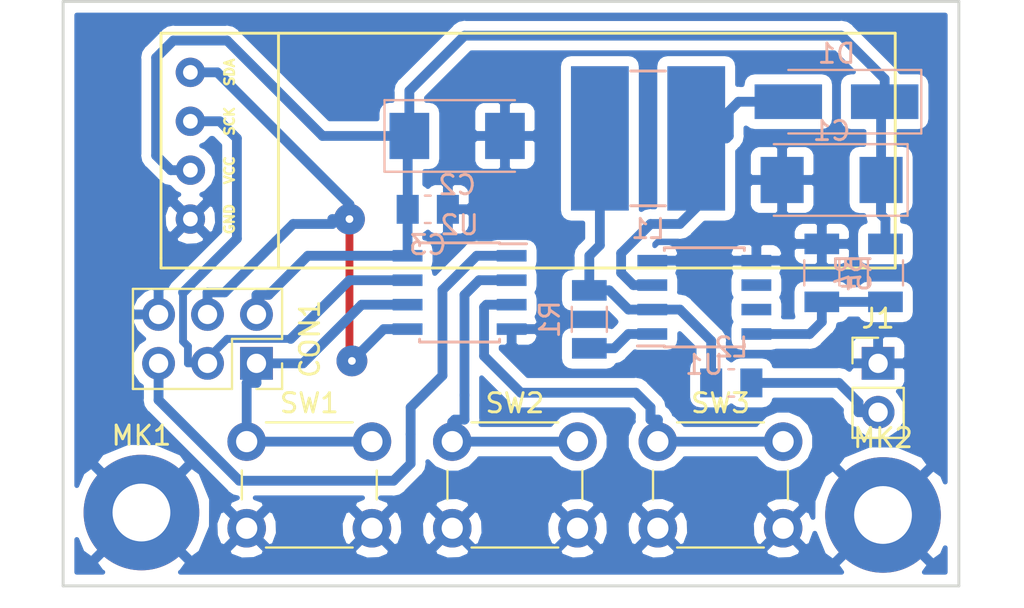
<source format=kicad_pcb>
(kicad_pcb (version 20171130) (host pcbnew 5.0.0-rc2-dev-unknown-554cb54~64~ubuntu16.04.1)

  (general
    (thickness 1.6)
    (drawings 4)
    (tracks 130)
    (zones 0)
    (modules 19)
    (nets 16)
  )

  (page A4 portrait)
  (layers
    (0 F.Cu signal)
    (31 B.Cu signal)
    (32 B.Adhes user)
    (33 F.Adhes user)
    (34 B.Paste user)
    (35 F.Paste user)
    (36 B.SilkS user)
    (37 F.SilkS user)
    (38 B.Mask user)
    (39 F.Mask user)
    (40 Dwgs.User user)
    (41 Cmts.User user)
    (42 Eco1.User user)
    (43 Eco2.User user)
    (44 Edge.Cuts user)
    (45 Margin user)
    (46 B.CrtYd user)
    (47 F.CrtYd user)
    (48 B.Fab user)
    (49 F.Fab user)
  )

  (setup
    (last_trace_width 0.508)
    (user_trace_width 0.508)
    (trace_clearance 0.2)
    (zone_clearance 0.508)
    (zone_45_only no)
    (trace_min 0.2)
    (segment_width 0.2)
    (edge_width 0.15)
    (via_size 0.8)
    (via_drill 0.4)
    (via_min_size 0.4)
    (via_min_drill 0.3)
    (user_via 1.6 0.4)
    (uvia_size 0.3)
    (uvia_drill 0.1)
    (uvias_allowed no)
    (uvia_min_size 0.2)
    (uvia_min_drill 0.1)
    (pcb_text_width 0.3)
    (pcb_text_size 1.5 1.5)
    (mod_edge_width 0.15)
    (mod_text_size 1 1)
    (mod_text_width 0.15)
    (pad_size 3.5 1.8)
    (pad_drill 0)
    (pad_to_mask_clearance 0.2)
    (aux_axis_origin 0 0)
    (visible_elements FFFFFF7F)
    (pcbplotparams
      (layerselection 0x010fc_ffffffff)
      (usegerberextensions false)
      (usegerberattributes false)
      (usegerberadvancedattributes false)
      (creategerberjobfile false)
      (excludeedgelayer true)
      (linewidth 0.100000)
      (plotframeref false)
      (viasonmask false)
      (mode 1)
      (useauxorigin false)
      (hpglpennumber 1)
      (hpglpenspeed 20)
      (hpglpendiameter 15)
      (psnegative false)
      (psa4output false)
      (plotreference true)
      (plotvalue true)
      (plotinvisibletext false)
      (padsonsilk false)
      (subtractmaskfromsilk false)
      (outputformat 1)
      (mirror false)
      (drillshape 1)
      (scaleselection 1)
      (outputdirectory ""))
  )

  (net 0 "")
  (net 1 GND)
  (net 2 +3V3)
  (net 3 /MISO)
  (net 4 /SCK)
  (net 5 /MOSI)
  (net 6 /RESET)
  (net 7 "Net-(D1-Pad2)")
  (net 8 "Net-(J1-Pad2)")
  (net 9 "Net-(L1-Pad1)")
  (net 10 "Net-(R1-Pad2)")
  (net 11 "Net-(R4-Pad2)")
  (net 12 "Net-(SW2-Pad1)")
  (net 13 "Net-(SW3-Pad1)")
  (net 14 "Net-(U1-Pad6)")
  (net 15 "Net-(U1-Pad7)")

  (net_class Default "This is the default net class."
    (clearance 0.2)
    (trace_width 0.4064)
    (via_dia 0.8)
    (via_drill 0.4)
    (uvia_dia 0.3)
    (uvia_drill 0.1)
    (add_net +3V3)
    (add_net /MISO)
    (add_net /MOSI)
    (add_net /RESET)
    (add_net /SCK)
    (add_net GND)
    (add_net "Net-(D1-Pad2)")
    (add_net "Net-(J1-Pad2)")
    (add_net "Net-(L1-Pad1)")
    (add_net "Net-(R1-Pad2)")
    (add_net "Net-(R4-Pad2)")
    (add_net "Net-(SW2-Pad1)")
    (add_net "Net-(SW3-Pad1)")
    (add_net "Net-(U1-Pad6)")
    (add_net "Net-(U1-Pad7)")
  )

  (net_class pwr ""
    (clearance 0.2)
    (trace_width 0.508)
    (via_dia 0.8)
    (via_drill 0.4)
    (uvia_dia 0.3)
    (uvia_drill 0.1)
  )

  (module Capacitor_Tantalum_SMD:CP_EIA-6032-20_AVX-F_Pad2.24x2.40mm_HandSolder (layer B.Cu) (tedit 5A1ED0F1) (tstamp 5AD83E58)
    (at 59.817 30.607 180)
    (descr "Tantalum Capacitor SMD AVX-F (6032-20 Metric), IPC_7351 nominal, (Body size from: http://www.kemet.com/Lists/ProductCatalog/Attachments/253/KEM_TC101_STD.pdf), generated with kicad-footprint-generator")
    (tags "capacitor tantalum")
    (path /5ACC2CF8)
    (attr smd)
    (fp_text reference C1 (at 0 2.55 180) (layer B.SilkS)
      (effects (font (size 1 1) (thickness 0.15)) (justify mirror))
    )
    (fp_text value 100uF (at 0 -2.55 180) (layer B.Fab)
      (effects (font (size 1 1) (thickness 0.15)) (justify mirror))
    )
    (fp_line (start 3 1.6) (end -2.2 1.6) (layer B.Fab) (width 0.1))
    (fp_line (start -2.2 1.6) (end -3 0.8) (layer B.Fab) (width 0.1))
    (fp_line (start -3 0.8) (end -3 -1.6) (layer B.Fab) (width 0.1))
    (fp_line (start -3 -1.6) (end 3 -1.6) (layer B.Fab) (width 0.1))
    (fp_line (start 3 -1.6) (end 3 1.6) (layer B.Fab) (width 0.1))
    (fp_line (start 3 1.86) (end -3.945 1.86) (layer B.SilkS) (width 0.12))
    (fp_line (start -3.945 1.86) (end -3.945 -1.86) (layer B.SilkS) (width 0.12))
    (fp_line (start -3.945 -1.86) (end 3 -1.86) (layer B.SilkS) (width 0.12))
    (fp_line (start -3.94 -1.85) (end -3.94 1.85) (layer B.CrtYd) (width 0.05))
    (fp_line (start -3.94 1.85) (end 3.94 1.85) (layer B.CrtYd) (width 0.05))
    (fp_line (start 3.94 1.85) (end 3.94 -1.85) (layer B.CrtYd) (width 0.05))
    (fp_line (start 3.94 -1.85) (end -3.94 -1.85) (layer B.CrtYd) (width 0.05))
    (fp_text user %R (at 0 0 180) (layer B.Fab)
      (effects (font (size 1 1) (thickness 0.15)) (justify mirror))
    )
    (pad 1 smd rect (at -2.5675 0 180) (size 2.235 2.4) (layers B.Cu B.Paste B.Mask)
      (net 2 +3V3))
    (pad 2 smd rect (at 2.5675 0 180) (size 2.235 2.4) (layers B.Cu B.Paste B.Mask)
      (net 1 GND))
    (model ${KISYS3DMOD}/Capacitor_Tantalum_SMD.3dshapes/CP_EIA-6032-20_AVX-F.wrl
      (at (xyz 0 0 0))
      (scale (xyz 1 1 1))
      (rotate (xyz 0 0 0))
    )
  )

  (module Capacitor_Tantalum_SMD:CP_EIA-6032-20_AVX-F (layer B.Cu) (tedit 5A1ED0F1) (tstamp 5AD83E6B)
    (at 40.386 28.321)
    (descr "Tantalum Capacitor SMD AVX-F (6032-20 Metric), IPC_7351 nominal, (Body size from: http://www.kemet.com/Lists/ProductCatalog/Attachments/253/KEM_TC101_STD.pdf), generated with kicad-footprint-generator")
    (tags "capacitor tantalum")
    (path /5ACC897B)
    (attr smd)
    (fp_text reference C2 (at 0 2.55) (layer B.SilkS)
      (effects (font (size 1 1) (thickness 0.15)) (justify mirror))
    )
    (fp_text value 10uF (at 0 -2.55) (layer B.Fab)
      (effects (font (size 1 1) (thickness 0.15)) (justify mirror))
    )
    (fp_line (start 3 1.6) (end -2.2 1.6) (layer B.Fab) (width 0.1))
    (fp_line (start -2.2 1.6) (end -3 0.8) (layer B.Fab) (width 0.1))
    (fp_line (start -3 0.8) (end -3 -1.6) (layer B.Fab) (width 0.1))
    (fp_line (start -3 -1.6) (end 3 -1.6) (layer B.Fab) (width 0.1))
    (fp_line (start 3 -1.6) (end 3 1.6) (layer B.Fab) (width 0.1))
    (fp_line (start 3 1.86) (end -3.77 1.86) (layer B.SilkS) (width 0.12))
    (fp_line (start -3.77 1.86) (end -3.77 -1.86) (layer B.SilkS) (width 0.12))
    (fp_line (start -3.77 -1.86) (end 3 -1.86) (layer B.SilkS) (width 0.12))
    (fp_line (start -3.76 -1.85) (end -3.76 1.85) (layer B.CrtYd) (width 0.05))
    (fp_line (start -3.76 1.85) (end 3.76 1.85) (layer B.CrtYd) (width 0.05))
    (fp_line (start 3.76 1.85) (end 3.76 -1.85) (layer B.CrtYd) (width 0.05))
    (fp_line (start 3.76 -1.85) (end -3.76 -1.85) (layer B.CrtYd) (width 0.05))
    (fp_text user %R (at 0 0) (layer B.Fab)
      (effects (font (size 1 1) (thickness 0.15)) (justify mirror))
    )
    (pad 1 smd rect (at -2.48 0) (size 2.06 2.4) (layers B.Cu B.Paste B.Mask)
      (net 2 +3V3))
    (pad 2 smd rect (at 2.48 0) (size 2.06 2.4) (layers B.Cu B.Paste B.Mask)
      (net 1 GND))
    (model ${KISYS3DMOD}/Capacitor_Tantalum_SMD.3dshapes/CP_EIA-6032-20_AVX-F.wrl
      (at (xyz 0 0 0))
      (scale (xyz 1 1 1))
      (rotate (xyz 0 0 0))
    )
  )

  (module Capacitor_SMD:C_0805_2012Metric_Pad1.15x1.50mm_HandSolder (layer B.Cu) (tedit 59FE48B8) (tstamp 5AD83E7C)
    (at 38.862 32.131)
    (descr "Capacitor SMD 0805 (2012 Metric), square (rectangular) end terminal, IPC_7351 nominal with elongated pad for handsoldering. (Body size source: http://www.tortai-tech.com/upload/download/2011102023233369053.pdf), generated with kicad-footprint-generator")
    (tags "capacitor handsolder")
    (path /5ACC88C5)
    (attr smd)
    (fp_text reference C3 (at 0 1.85) (layer B.SilkS)
      (effects (font (size 1 1) (thickness 0.15)) (justify mirror))
    )
    (fp_text value 100nF (at 0 -1.85) (layer B.Fab)
      (effects (font (size 1 1) (thickness 0.15)) (justify mirror))
    )
    (fp_line (start -1 -0.6) (end -1 0.6) (layer B.Fab) (width 0.1))
    (fp_line (start -1 0.6) (end 1 0.6) (layer B.Fab) (width 0.1))
    (fp_line (start 1 0.6) (end 1 -0.6) (layer B.Fab) (width 0.1))
    (fp_line (start 1 -0.6) (end -1 -0.6) (layer B.Fab) (width 0.1))
    (fp_line (start -0.15 0.71) (end 0.15 0.71) (layer B.SilkS) (width 0.12))
    (fp_line (start -0.15 -0.71) (end 0.15 -0.71) (layer B.SilkS) (width 0.12))
    (fp_line (start -1.86 -1) (end -1.86 1) (layer B.CrtYd) (width 0.05))
    (fp_line (start -1.86 1) (end 1.86 1) (layer B.CrtYd) (width 0.05))
    (fp_line (start 1.86 1) (end 1.86 -1) (layer B.CrtYd) (width 0.05))
    (fp_line (start 1.86 -1) (end -1.86 -1) (layer B.CrtYd) (width 0.05))
    (fp_text user %R (at 0 0) (layer B.Fab)
      (effects (font (size 0.5 0.5) (thickness 0.08)) (justify mirror))
    )
    (pad 1 smd rect (at -1.0425 0) (size 1.145 1.5) (layers B.Cu B.Paste B.Mask)
      (net 2 +3V3))
    (pad 2 smd rect (at 1.0425 0) (size 1.145 1.5) (layers B.Cu B.Paste B.Mask)
      (net 1 GND))
    (model ${KISYS3DMOD}/Capacitor_SMD.3dshapes/C_0805_2012Metric.wrl
      (at (xyz 0 0 0))
      (scale (xyz 1 1 1))
      (rotate (xyz 0 0 0))
    )
  )

  (module Connector_PinSocket_2.54mm:PinSocket_2x03_P2.54mm_Vertical (layer F.Cu) (tedit 5A19A425) (tstamp 5AD83E98)
    (at 29.972 40.132 270)
    (descr "Through hole straight socket strip, 2x03, 2.54mm pitch, double cols (from Kicad 4.0.7), script generated")
    (tags "Through hole socket strip THT 2x03 2.54mm double row")
    (path /5ACC61E3)
    (fp_text reference CON1 (at -1.27 -2.77 270) (layer F.SilkS)
      (effects (font (size 1 1) (thickness 0.15)))
    )
    (fp_text value AVR-ISP-6 (at -1.27 7.85 270) (layer F.Fab)
      (effects (font (size 1 1) (thickness 0.15)))
    )
    (fp_line (start -3.81 -1.27) (end 0.27 -1.27) (layer F.Fab) (width 0.1))
    (fp_line (start 0.27 -1.27) (end 1.27 -0.27) (layer F.Fab) (width 0.1))
    (fp_line (start 1.27 -0.27) (end 1.27 6.35) (layer F.Fab) (width 0.1))
    (fp_line (start 1.27 6.35) (end -3.81 6.35) (layer F.Fab) (width 0.1))
    (fp_line (start -3.81 6.35) (end -3.81 -1.27) (layer F.Fab) (width 0.1))
    (fp_line (start -3.87 -1.33) (end -1.27 -1.33) (layer F.SilkS) (width 0.12))
    (fp_line (start -3.87 -1.33) (end -3.87 6.41) (layer F.SilkS) (width 0.12))
    (fp_line (start -3.87 6.41) (end 1.33 6.41) (layer F.SilkS) (width 0.12))
    (fp_line (start 1.33 1.27) (end 1.33 6.41) (layer F.SilkS) (width 0.12))
    (fp_line (start -1.27 1.27) (end 1.33 1.27) (layer F.SilkS) (width 0.12))
    (fp_line (start -1.27 -1.33) (end -1.27 1.27) (layer F.SilkS) (width 0.12))
    (fp_line (start 1.33 -1.33) (end 1.33 0) (layer F.SilkS) (width 0.12))
    (fp_line (start 0 -1.33) (end 1.33 -1.33) (layer F.SilkS) (width 0.12))
    (fp_line (start -4.34 -1.8) (end 1.76 -1.8) (layer F.CrtYd) (width 0.05))
    (fp_line (start 1.76 -1.8) (end 1.76 6.85) (layer F.CrtYd) (width 0.05))
    (fp_line (start 1.76 6.85) (end -4.34 6.85) (layer F.CrtYd) (width 0.05))
    (fp_line (start -4.34 6.85) (end -4.34 -1.8) (layer F.CrtYd) (width 0.05))
    (fp_text user %R (at -1.27 2.54) (layer F.Fab)
      (effects (font (size 1 1) (thickness 0.15)))
    )
    (pad 1 thru_hole rect (at 0 0 270) (size 1.7 1.7) (drill 1) (layers *.Cu *.Mask)
      (net 3 /MISO))
    (pad 2 thru_hole oval (at -2.54 0 270) (size 1.7 1.7) (drill 1) (layers *.Cu *.Mask)
      (net 2 +3V3))
    (pad 3 thru_hole oval (at 0 2.54 270) (size 1.7 1.7) (drill 1) (layers *.Cu *.Mask)
      (net 4 /SCK))
    (pad 4 thru_hole oval (at -2.54 2.54 270) (size 1.7 1.7) (drill 1) (layers *.Cu *.Mask)
      (net 5 /MOSI))
    (pad 5 thru_hole oval (at 0 5.08 270) (size 1.7 1.7) (drill 1) (layers *.Cu *.Mask)
      (net 6 /RESET))
    (pad 6 thru_hole oval (at -2.54 5.08 270) (size 1.7 1.7) (drill 1) (layers *.Cu *.Mask)
      (net 1 GND))
    (model ${KISYS3DMOD}/Connector_PinSocket_2.54mm.3dshapes/PinSocket_2x03_P2.54mm_Vertical.wrl
      (at (xyz 0 0 0))
      (scale (xyz 1 1 1))
      (rotate (xyz 0 0 0))
    )
  )

  (module Diode_SMD:D_SMA_Handsoldering (layer B.Cu) (tedit 58643398) (tstamp 5AD83EB0)
    (at 60.071 26.543 180)
    (descr "Diode SMA (DO-214AC) Handsoldering")
    (tags "Diode SMA (DO-214AC) Handsoldering")
    (path /5ACC1C43)
    (attr smd)
    (fp_text reference D1 (at 0 2.5 180) (layer B.SilkS)
      (effects (font (size 1 1) (thickness 0.15)) (justify mirror))
    )
    (fp_text value SB120 (at 0 -2.6 180) (layer B.Fab)
      (effects (font (size 1 1) (thickness 0.15)) (justify mirror))
    )
    (fp_text user %R (at 0 2.5 180) (layer B.Fab)
      (effects (font (size 1 1) (thickness 0.15)) (justify mirror))
    )
    (fp_line (start -4.4 1.65) (end -4.4 -1.65) (layer B.SilkS) (width 0.12))
    (fp_line (start 2.3 -1.5) (end -2.3 -1.5) (layer B.Fab) (width 0.1))
    (fp_line (start -2.3 -1.5) (end -2.3 1.5) (layer B.Fab) (width 0.1))
    (fp_line (start 2.3 1.5) (end 2.3 -1.5) (layer B.Fab) (width 0.1))
    (fp_line (start 2.3 1.5) (end -2.3 1.5) (layer B.Fab) (width 0.1))
    (fp_line (start -4.5 1.75) (end 4.5 1.75) (layer B.CrtYd) (width 0.05))
    (fp_line (start 4.5 1.75) (end 4.5 -1.75) (layer B.CrtYd) (width 0.05))
    (fp_line (start 4.5 -1.75) (end -4.5 -1.75) (layer B.CrtYd) (width 0.05))
    (fp_line (start -4.5 -1.75) (end -4.5 1.75) (layer B.CrtYd) (width 0.05))
    (fp_line (start -0.64944 -0.00102) (end -1.55114 -0.00102) (layer B.Fab) (width 0.1))
    (fp_line (start 0.50118 -0.00102) (end 1.4994 -0.00102) (layer B.Fab) (width 0.1))
    (fp_line (start -0.64944 0.79908) (end -0.64944 -0.80112) (layer B.Fab) (width 0.1))
    (fp_line (start 0.50118 -0.75032) (end 0.50118 0.79908) (layer B.Fab) (width 0.1))
    (fp_line (start -0.64944 -0.00102) (end 0.50118 -0.75032) (layer B.Fab) (width 0.1))
    (fp_line (start -0.64944 -0.00102) (end 0.50118 0.79908) (layer B.Fab) (width 0.1))
    (fp_line (start -4.4 -1.65) (end 2.5 -1.65) (layer B.SilkS) (width 0.12))
    (fp_line (start -4.4 1.65) (end 2.5 1.65) (layer B.SilkS) (width 0.12))
    (pad 1 smd rect (at -2.5 0 180) (size 3.5 1.8) (layers B.Cu B.Paste B.Mask)
      (net 2 +3V3))
    (pad 2 smd rect (at 2.5 0 180) (size 3.5 1.8) (layers B.Cu B.Paste B.Mask)
      (net 7 "Net-(D1-Pad2)"))
    (model ${KISYS3DMOD}/Diode_SMD.3dshapes/D_SMA.wrl
      (at (xyz 0 0 0))
      (scale (xyz 1 1 1))
      (rotate (xyz 0 0 0))
    )
  )

  (module Connector_PinHeader_2.54mm:PinHeader_1x02_P2.54mm_Vertical (layer F.Cu) (tedit 59FED5CC) (tstamp 5AD83EC6)
    (at 62.23 40.132)
    (descr "Through hole straight pin header, 1x02, 2.54mm pitch, single row")
    (tags "Through hole pin header THT 1x02 2.54mm single row")
    (path /5ACC3115)
    (fp_text reference J1 (at 0 -2.33) (layer F.SilkS)
      (effects (font (size 1 1) (thickness 0.15)))
    )
    (fp_text value pwr_1v5 (at 0 4.87) (layer F.Fab)
      (effects (font (size 1 1) (thickness 0.15)))
    )
    (fp_line (start -0.635 -1.27) (end 1.27 -1.27) (layer F.Fab) (width 0.1))
    (fp_line (start 1.27 -1.27) (end 1.27 3.81) (layer F.Fab) (width 0.1))
    (fp_line (start 1.27 3.81) (end -1.27 3.81) (layer F.Fab) (width 0.1))
    (fp_line (start -1.27 3.81) (end -1.27 -0.635) (layer F.Fab) (width 0.1))
    (fp_line (start -1.27 -0.635) (end -0.635 -1.27) (layer F.Fab) (width 0.1))
    (fp_line (start -1.33 3.87) (end 1.33 3.87) (layer F.SilkS) (width 0.12))
    (fp_line (start -1.33 1.27) (end -1.33 3.87) (layer F.SilkS) (width 0.12))
    (fp_line (start 1.33 1.27) (end 1.33 3.87) (layer F.SilkS) (width 0.12))
    (fp_line (start -1.33 1.27) (end 1.33 1.27) (layer F.SilkS) (width 0.12))
    (fp_line (start -1.33 0) (end -1.33 -1.33) (layer F.SilkS) (width 0.12))
    (fp_line (start -1.33 -1.33) (end 0 -1.33) (layer F.SilkS) (width 0.12))
    (fp_line (start -1.8 -1.8) (end -1.8 4.35) (layer F.CrtYd) (width 0.05))
    (fp_line (start -1.8 4.35) (end 1.8 4.35) (layer F.CrtYd) (width 0.05))
    (fp_line (start 1.8 4.35) (end 1.8 -1.8) (layer F.CrtYd) (width 0.05))
    (fp_line (start 1.8 -1.8) (end -1.8 -1.8) (layer F.CrtYd) (width 0.05))
    (fp_text user %R (at 0 1.27 90) (layer F.Fab)
      (effects (font (size 1 1) (thickness 0.15)))
    )
    (pad 1 thru_hole rect (at 0 0) (size 1.7 1.7) (drill 1) (layers *.Cu *.Mask)
      (net 1 GND))
    (pad 2 thru_hole oval (at 0 2.54) (size 1.7 1.7) (drill 1) (layers *.Cu *.Mask)
      (net 8 "Net-(J1-Pad2)"))
    (model ${KISYS3DMOD}/Connector_PinHeader_2.54mm.3dshapes/PinHeader_1x02_P2.54mm_Vertical.wrl
      (at (xyz 0 0 0))
      (scale (xyz 1 1 1))
      (rotate (xyz 0 0 0))
    )
  )

  (module Inductor_SMD:L_0805_2012Metric_Pad1.15x1.50mm_HandSolder (layer B.Cu) (tedit 59FE48B8) (tstamp 5AD83EEF)
    (at 54.61 41.148 180)
    (descr "Capacitor SMD 0805 (2012 Metric), square (rectangular) end terminal, IPC_7351 nominal with elongated pad for handsoldering. (Body size source: http://www.tortai-tech.com/upload/download/2011102023233369053.pdf), generated with kicad-footprint-generator")
    (tags "inductor handsolder")
    (path /5ACC2ECB)
    (attr smd)
    (fp_text reference L2 (at 0 1.85 180) (layer B.SilkS)
      (effects (font (size 1 1) (thickness 0.15)) (justify mirror))
    )
    (fp_text value 1uH (at 0 -1.85 180) (layer B.Fab)
      (effects (font (size 1 1) (thickness 0.15)) (justify mirror))
    )
    (fp_line (start -1 -0.6) (end -1 0.6) (layer B.Fab) (width 0.1))
    (fp_line (start -1 0.6) (end 1 0.6) (layer B.Fab) (width 0.1))
    (fp_line (start 1 0.6) (end 1 -0.6) (layer B.Fab) (width 0.1))
    (fp_line (start 1 -0.6) (end -1 -0.6) (layer B.Fab) (width 0.1))
    (fp_line (start -0.15 0.71) (end 0.15 0.71) (layer B.SilkS) (width 0.12))
    (fp_line (start -0.15 -0.71) (end 0.15 -0.71) (layer B.SilkS) (width 0.12))
    (fp_line (start -1.86 -1) (end -1.86 1) (layer B.CrtYd) (width 0.05))
    (fp_line (start -1.86 1) (end 1.86 1) (layer B.CrtYd) (width 0.05))
    (fp_line (start 1.86 1) (end 1.86 -1) (layer B.CrtYd) (width 0.05))
    (fp_line (start 1.86 -1) (end -1.86 -1) (layer B.CrtYd) (width 0.05))
    (fp_text user %R (at 0 0 180) (layer B.Fab)
      (effects (font (size 0.5 0.5) (thickness 0.08)) (justify mirror))
    )
    (pad 1 smd rect (at -1.0425 0 180) (size 1.145 1.5) (layers B.Cu B.Paste B.Mask)
      (net 8 "Net-(J1-Pad2)"))
    (pad 2 smd rect (at 1.0425 0 180) (size 1.145 1.5) (layers B.Cu B.Paste B.Mask)
      (net 9 "Net-(L1-Pad1)"))
    (model ${KISYS3DMOD}/Inductor_SMD.3dshapes/L_0805_2012Metric.wrl
      (at (xyz 0 0 0))
      (scale (xyz 1 1 1))
      (rotate (xyz 0 0 0))
    )
  )

  (module MountingHole:MountingHole_3mm_Pad locked (layer F.Cu) (tedit 56D1B4CB) (tstamp 5AD83EF7)
    (at 24.003 47.879)
    (descr "Mounting Hole 3mm")
    (tags "mounting hole 3mm")
    (path /5ACC9620)
    (attr virtual)
    (fp_text reference MK1 (at 0 -4) (layer F.SilkS)
      (effects (font (size 1 1) (thickness 0.15)))
    )
    (fp_text value Mounting_Hole_PAD (at 0 4) (layer F.Fab)
      (effects (font (size 1 1) (thickness 0.15)))
    )
    (fp_circle (center 0 0) (end 3.25 0) (layer F.CrtYd) (width 0.05))
    (fp_circle (center 0 0) (end 3 0) (layer Cmts.User) (width 0.15))
    (fp_text user %R (at 0.3 0) (layer F.Fab)
      (effects (font (size 1 1) (thickness 0.15)))
    )
    (pad 1 thru_hole circle (at 0 0) (size 6 6) (drill 3) (layers *.Cu *.Mask)
      (net 1 GND))
  )

  (module MountingHole:MountingHole_3mm_Pad (layer F.Cu) (tedit 56D1B4CB) (tstamp 5AD83EFF)
    (at 62.484 48.006)
    (descr "Mounting Hole 3mm")
    (tags "mounting hole 3mm")
    (path /5ACC98E9)
    (attr virtual)
    (fp_text reference MK2 (at 0 -4) (layer F.SilkS)
      (effects (font (size 1 1) (thickness 0.15)))
    )
    (fp_text value Mounting_Hole_PAD (at 0 4) (layer F.Fab)
      (effects (font (size 1 1) (thickness 0.15)))
    )
    (fp_text user %R (at 0.3 0) (layer F.Fab)
      (effects (font (size 1 1) (thickness 0.15)))
    )
    (fp_circle (center 0 0) (end 3 0) (layer Cmts.User) (width 0.15))
    (fp_circle (center 0 0) (end 3.25 0) (layer F.CrtYd) (width 0.05))
    (pad 1 thru_hole circle (at 0 0) (size 6 6) (drill 3) (layers *.Cu *.Mask)
      (net 1 GND))
  )

  (module Resistor_SMD:R_1206_3216Metric (layer B.Cu) (tedit 59FE48B8) (tstamp 5AD83F10)
    (at 47.244 37.846 270)
    (descr "Resistor SMD 1206 (3216 Metric), square (rectangular) end terminal, IPC_7351 nominal, (Body size source: http://www.tortai-tech.com/upload/download/2011102023233369053.pdf), generated with kicad-footprint-generator")
    (tags resistor)
    (path /5ACC2A42)
    (attr smd)
    (fp_text reference R1 (at 0 2.05 270) (layer B.SilkS)
      (effects (font (size 1 1) (thickness 0.15)) (justify mirror))
    )
    (fp_text value 120 (at 0 -2.05 270) (layer B.Fab)
      (effects (font (size 1 1) (thickness 0.15)) (justify mirror))
    )
    (fp_line (start -1.6 -0.8) (end -1.6 0.8) (layer B.Fab) (width 0.1))
    (fp_line (start -1.6 0.8) (end 1.6 0.8) (layer B.Fab) (width 0.1))
    (fp_line (start 1.6 0.8) (end 1.6 -0.8) (layer B.Fab) (width 0.1))
    (fp_line (start 1.6 -0.8) (end -1.6 -0.8) (layer B.Fab) (width 0.1))
    (fp_line (start -0.65 0.91) (end 0.65 0.91) (layer B.SilkS) (width 0.12))
    (fp_line (start -0.65 -0.91) (end 0.65 -0.91) (layer B.SilkS) (width 0.12))
    (fp_line (start -2.29 -1.15) (end -2.29 1.15) (layer B.CrtYd) (width 0.05))
    (fp_line (start -2.29 1.15) (end 2.29 1.15) (layer B.CrtYd) (width 0.05))
    (fp_line (start 2.29 1.15) (end 2.29 -1.15) (layer B.CrtYd) (width 0.05))
    (fp_line (start 2.29 -1.15) (end -2.29 -1.15) (layer B.CrtYd) (width 0.05))
    (fp_text user %R (at 0 0 270) (layer B.Fab)
      (effects (font (size 0.8 0.8) (thickness 0.12)) (justify mirror))
    )
    (pad 1 smd rect (at -1.505 0 270) (size 1.07 1.8) (layers B.Cu B.Paste B.Mask)
      (net 9 "Net-(L1-Pad1)"))
    (pad 2 smd rect (at 1.505 0 270) (size 1.07 1.8) (layers B.Cu B.Paste B.Mask)
      (net 10 "Net-(R1-Pad2)"))
    (model ${KISYS3DMOD}/Resistor_SMD.3dshapes/R_1206_3216Metric.wrl
      (at (xyz 0 0 0))
      (scale (xyz 1 1 1))
      (rotate (xyz 0 0 0))
    )
  )

  (module Resistor_SMD:R_1206_3216Metric (layer B.Cu) (tedit 59FE48B8) (tstamp 5AD83F21)
    (at 62.611 35.433 270)
    (descr "Resistor SMD 1206 (3216 Metric), square (rectangular) end terminal, IPC_7351 nominal, (Body size source: http://www.tortai-tech.com/upload/download/2011102023233369053.pdf), generated with kicad-footprint-generator")
    (tags resistor)
    (path /5ACC2AD1)
    (attr smd)
    (fp_text reference R4 (at 0 2.05 270) (layer B.SilkS)
      (effects (font (size 1 1) (thickness 0.15)) (justify mirror))
    )
    (fp_text value 536K (at 0 -2.05 270) (layer B.Fab)
      (effects (font (size 1 1) (thickness 0.15)) (justify mirror))
    )
    (fp_text user %R (at 0 0 270) (layer B.Fab)
      (effects (font (size 0.8 0.8) (thickness 0.12)) (justify mirror))
    )
    (fp_line (start 2.29 -1.15) (end -2.29 -1.15) (layer B.CrtYd) (width 0.05))
    (fp_line (start 2.29 1.15) (end 2.29 -1.15) (layer B.CrtYd) (width 0.05))
    (fp_line (start -2.29 1.15) (end 2.29 1.15) (layer B.CrtYd) (width 0.05))
    (fp_line (start -2.29 -1.15) (end -2.29 1.15) (layer B.CrtYd) (width 0.05))
    (fp_line (start -0.65 -0.91) (end 0.65 -0.91) (layer B.SilkS) (width 0.12))
    (fp_line (start -0.65 0.91) (end 0.65 0.91) (layer B.SilkS) (width 0.12))
    (fp_line (start 1.6 -0.8) (end -1.6 -0.8) (layer B.Fab) (width 0.1))
    (fp_line (start 1.6 0.8) (end 1.6 -0.8) (layer B.Fab) (width 0.1))
    (fp_line (start -1.6 0.8) (end 1.6 0.8) (layer B.Fab) (width 0.1))
    (fp_line (start -1.6 -0.8) (end -1.6 0.8) (layer B.Fab) (width 0.1))
    (pad 2 smd rect (at 1.505 0 270) (size 1.07 1.8) (layers B.Cu B.Paste B.Mask)
      (net 11 "Net-(R4-Pad2)"))
    (pad 1 smd rect (at -1.505 0 270) (size 1.07 1.8) (layers B.Cu B.Paste B.Mask)
      (net 2 +3V3))
    (model ${KISYS3DMOD}/Resistor_SMD.3dshapes/R_1206_3216Metric.wrl
      (at (xyz 0 0 0))
      (scale (xyz 1 1 1))
      (rotate (xyz 0 0 0))
    )
  )

  (module Resistor_SMD:R_1206_3216Metric (layer B.Cu) (tedit 59FE48B8) (tstamp 5AD83F32)
    (at 59.309 35.433 90)
    (descr "Resistor SMD 1206 (3216 Metric), square (rectangular) end terminal, IPC_7351 nominal, (Body size source: http://www.tortai-tech.com/upload/download/2011102023233369053.pdf), generated with kicad-footprint-generator")
    (tags resistor)
    (path /5ACC2B41)
    (attr smd)
    (fp_text reference R5 (at 0 2.05 90) (layer B.SilkS)
      (effects (font (size 1 1) (thickness 0.15)) (justify mirror))
    )
    (fp_text value 40K2 (at 0 -2.05 90) (layer B.Fab)
      (effects (font (size 1 1) (thickness 0.15)) (justify mirror))
    )
    (fp_line (start -1.6 -0.8) (end -1.6 0.8) (layer B.Fab) (width 0.1))
    (fp_line (start -1.6 0.8) (end 1.6 0.8) (layer B.Fab) (width 0.1))
    (fp_line (start 1.6 0.8) (end 1.6 -0.8) (layer B.Fab) (width 0.1))
    (fp_line (start 1.6 -0.8) (end -1.6 -0.8) (layer B.Fab) (width 0.1))
    (fp_line (start -0.65 0.91) (end 0.65 0.91) (layer B.SilkS) (width 0.12))
    (fp_line (start -0.65 -0.91) (end 0.65 -0.91) (layer B.SilkS) (width 0.12))
    (fp_line (start -2.29 -1.15) (end -2.29 1.15) (layer B.CrtYd) (width 0.05))
    (fp_line (start -2.29 1.15) (end 2.29 1.15) (layer B.CrtYd) (width 0.05))
    (fp_line (start 2.29 1.15) (end 2.29 -1.15) (layer B.CrtYd) (width 0.05))
    (fp_line (start 2.29 -1.15) (end -2.29 -1.15) (layer B.CrtYd) (width 0.05))
    (fp_text user %R (at 0 0 90) (layer B.Fab)
      (effects (font (size 0.8 0.8) (thickness 0.12)) (justify mirror))
    )
    (pad 1 smd rect (at -1.505 0 90) (size 1.07 1.8) (layers B.Cu B.Paste B.Mask)
      (net 11 "Net-(R4-Pad2)"))
    (pad 2 smd rect (at 1.505 0 90) (size 1.07 1.8) (layers B.Cu B.Paste B.Mask)
      (net 1 GND))
    (model ${KISYS3DMOD}/Resistor_SMD.3dshapes/R_1206_3216Metric.wrl
      (at (xyz 0 0 0))
      (scale (xyz 1 1 1))
      (rotate (xyz 0 0 0))
    )
  )

  (module Button_Switch_THT:SW_PUSH_6mm locked (layer F.Cu) (tedit 5A02FE31) (tstamp 5AD83F51)
    (at 29.464 44.196)
    (descr https://www.omron.com/ecb/products/pdf/en-b3f.pdf)
    (tags "tact sw push 6mm")
    (path /5ACD4657)
    (fp_text reference SW1 (at 3.25 -2) (layer F.SilkS)
      (effects (font (size 1 1) (thickness 0.15)))
    )
    (fp_text value DOWN (at 3.75 6.7) (layer F.Fab)
      (effects (font (size 1 1) (thickness 0.15)))
    )
    (fp_text user %R (at 3.25 2.25) (layer F.Fab)
      (effects (font (size 1 1) (thickness 0.15)))
    )
    (fp_line (start 3.25 -0.75) (end 6.25 -0.75) (layer F.Fab) (width 0.1))
    (fp_line (start 6.25 -0.75) (end 6.25 5.25) (layer F.Fab) (width 0.1))
    (fp_line (start 6.25 5.25) (end 0.25 5.25) (layer F.Fab) (width 0.1))
    (fp_line (start 0.25 5.25) (end 0.25 -0.75) (layer F.Fab) (width 0.1))
    (fp_line (start 0.25 -0.75) (end 3.25 -0.75) (layer F.Fab) (width 0.1))
    (fp_line (start 7.75 6) (end 8 6) (layer F.CrtYd) (width 0.05))
    (fp_line (start 8 6) (end 8 5.75) (layer F.CrtYd) (width 0.05))
    (fp_line (start 7.75 -1.5) (end 8 -1.5) (layer F.CrtYd) (width 0.05))
    (fp_line (start 8 -1.5) (end 8 -1.25) (layer F.CrtYd) (width 0.05))
    (fp_line (start -1.5 -1.25) (end -1.5 -1.5) (layer F.CrtYd) (width 0.05))
    (fp_line (start -1.5 -1.5) (end -1.25 -1.5) (layer F.CrtYd) (width 0.05))
    (fp_line (start -1.5 5.75) (end -1.5 6) (layer F.CrtYd) (width 0.05))
    (fp_line (start -1.5 6) (end -1.25 6) (layer F.CrtYd) (width 0.05))
    (fp_line (start -1.25 -1.5) (end 7.75 -1.5) (layer F.CrtYd) (width 0.05))
    (fp_line (start -1.5 5.75) (end -1.5 -1.25) (layer F.CrtYd) (width 0.05))
    (fp_line (start 7.75 6) (end -1.25 6) (layer F.CrtYd) (width 0.05))
    (fp_line (start 8 -1.25) (end 8 5.75) (layer F.CrtYd) (width 0.05))
    (fp_line (start 1 5.5) (end 5.5 5.5) (layer F.SilkS) (width 0.12))
    (fp_line (start -0.25 1.5) (end -0.25 3) (layer F.SilkS) (width 0.12))
    (fp_line (start 5.5 -1) (end 1 -1) (layer F.SilkS) (width 0.12))
    (fp_line (start 6.75 3) (end 6.75 1.5) (layer F.SilkS) (width 0.12))
    (fp_circle (center 3.25 2.25) (end 1.25 2.5) (layer F.Fab) (width 0.1))
    (pad 2 thru_hole circle (at 0 4.5 90) (size 2 2) (drill 1.1) (layers *.Cu *.Mask)
      (net 1 GND))
    (pad 1 thru_hole circle (at 0 0 90) (size 2 2) (drill 1.1) (layers *.Cu *.Mask)
      (net 3 /MISO))
    (pad 2 thru_hole circle (at 6.5 4.5 90) (size 2 2) (drill 1.1) (layers *.Cu *.Mask)
      (net 1 GND))
    (pad 1 thru_hole circle (at 6.5 0 90) (size 2 2) (drill 1.1) (layers *.Cu *.Mask)
      (net 3 /MISO))
    (model ${KISYS3DMOD}/Button_Switch_THT.3dshapes/SW_PUSH_6mm.wrl
      (at (xyz 0 0 0))
      (scale (xyz 1 1 1))
      (rotate (xyz 0 0 0))
    )
  )

  (module Button_Switch_THT:SW_PUSH_6mm locked (layer F.Cu) (tedit 5A02FE31) (tstamp 5AD83F70)
    (at 40.132 44.196)
    (descr https://www.omron.com/ecb/products/pdf/en-b3f.pdf)
    (tags "tact sw push 6mm")
    (path /5ACD451E)
    (fp_text reference SW2 (at 3.25 -2) (layer F.SilkS)
      (effects (font (size 1 1) (thickness 0.15)))
    )
    (fp_text value OK (at 3.75 6.7) (layer F.Fab)
      (effects (font (size 1 1) (thickness 0.15)))
    )
    (fp_text user %R (at 3.25 2.25) (layer F.Fab)
      (effects (font (size 1 1) (thickness 0.15)))
    )
    (fp_line (start 3.25 -0.75) (end 6.25 -0.75) (layer F.Fab) (width 0.1))
    (fp_line (start 6.25 -0.75) (end 6.25 5.25) (layer F.Fab) (width 0.1))
    (fp_line (start 6.25 5.25) (end 0.25 5.25) (layer F.Fab) (width 0.1))
    (fp_line (start 0.25 5.25) (end 0.25 -0.75) (layer F.Fab) (width 0.1))
    (fp_line (start 0.25 -0.75) (end 3.25 -0.75) (layer F.Fab) (width 0.1))
    (fp_line (start 7.75 6) (end 8 6) (layer F.CrtYd) (width 0.05))
    (fp_line (start 8 6) (end 8 5.75) (layer F.CrtYd) (width 0.05))
    (fp_line (start 7.75 -1.5) (end 8 -1.5) (layer F.CrtYd) (width 0.05))
    (fp_line (start 8 -1.5) (end 8 -1.25) (layer F.CrtYd) (width 0.05))
    (fp_line (start -1.5 -1.25) (end -1.5 -1.5) (layer F.CrtYd) (width 0.05))
    (fp_line (start -1.5 -1.5) (end -1.25 -1.5) (layer F.CrtYd) (width 0.05))
    (fp_line (start -1.5 5.75) (end -1.5 6) (layer F.CrtYd) (width 0.05))
    (fp_line (start -1.5 6) (end -1.25 6) (layer F.CrtYd) (width 0.05))
    (fp_line (start -1.25 -1.5) (end 7.75 -1.5) (layer F.CrtYd) (width 0.05))
    (fp_line (start -1.5 5.75) (end -1.5 -1.25) (layer F.CrtYd) (width 0.05))
    (fp_line (start 7.75 6) (end -1.25 6) (layer F.CrtYd) (width 0.05))
    (fp_line (start 8 -1.25) (end 8 5.75) (layer F.CrtYd) (width 0.05))
    (fp_line (start 1 5.5) (end 5.5 5.5) (layer F.SilkS) (width 0.12))
    (fp_line (start -0.25 1.5) (end -0.25 3) (layer F.SilkS) (width 0.12))
    (fp_line (start 5.5 -1) (end 1 -1) (layer F.SilkS) (width 0.12))
    (fp_line (start 6.75 3) (end 6.75 1.5) (layer F.SilkS) (width 0.12))
    (fp_circle (center 3.25 2.25) (end 1.25 2.5) (layer F.Fab) (width 0.1))
    (pad 2 thru_hole circle (at 0 4.5 90) (size 2 2) (drill 1.1) (layers *.Cu *.Mask)
      (net 1 GND))
    (pad 1 thru_hole circle (at 0 0 90) (size 2 2) (drill 1.1) (layers *.Cu *.Mask)
      (net 12 "Net-(SW2-Pad1)"))
    (pad 2 thru_hole circle (at 6.5 4.5 90) (size 2 2) (drill 1.1) (layers *.Cu *.Mask)
      (net 1 GND))
    (pad 1 thru_hole circle (at 6.5 0 90) (size 2 2) (drill 1.1) (layers *.Cu *.Mask)
      (net 12 "Net-(SW2-Pad1)"))
    (model ${KISYS3DMOD}/Button_Switch_THT.3dshapes/SW_PUSH_6mm.wrl
      (at (xyz 0 0 0))
      (scale (xyz 1 1 1))
      (rotate (xyz 0 0 0))
    )
  )

  (module Button_Switch_THT:SW_PUSH_6mm locked (layer F.Cu) (tedit 5A02FE31) (tstamp 5AD83F8F)
    (at 50.8 44.196)
    (descr https://www.omron.com/ecb/products/pdf/en-b3f.pdf)
    (tags "tact sw push 6mm")
    (path /5ACD4611)
    (fp_text reference SW3 (at 3.25 -2) (layer F.SilkS)
      (effects (font (size 1 1) (thickness 0.15)))
    )
    (fp_text value UP (at 3.75 6.7) (layer F.Fab)
      (effects (font (size 1 1) (thickness 0.15)))
    )
    (fp_circle (center 3.25 2.25) (end 1.25 2.5) (layer F.Fab) (width 0.1))
    (fp_line (start 6.75 3) (end 6.75 1.5) (layer F.SilkS) (width 0.12))
    (fp_line (start 5.5 -1) (end 1 -1) (layer F.SilkS) (width 0.12))
    (fp_line (start -0.25 1.5) (end -0.25 3) (layer F.SilkS) (width 0.12))
    (fp_line (start 1 5.5) (end 5.5 5.5) (layer F.SilkS) (width 0.12))
    (fp_line (start 8 -1.25) (end 8 5.75) (layer F.CrtYd) (width 0.05))
    (fp_line (start 7.75 6) (end -1.25 6) (layer F.CrtYd) (width 0.05))
    (fp_line (start -1.5 5.75) (end -1.5 -1.25) (layer F.CrtYd) (width 0.05))
    (fp_line (start -1.25 -1.5) (end 7.75 -1.5) (layer F.CrtYd) (width 0.05))
    (fp_line (start -1.5 6) (end -1.25 6) (layer F.CrtYd) (width 0.05))
    (fp_line (start -1.5 5.75) (end -1.5 6) (layer F.CrtYd) (width 0.05))
    (fp_line (start -1.5 -1.5) (end -1.25 -1.5) (layer F.CrtYd) (width 0.05))
    (fp_line (start -1.5 -1.25) (end -1.5 -1.5) (layer F.CrtYd) (width 0.05))
    (fp_line (start 8 -1.5) (end 8 -1.25) (layer F.CrtYd) (width 0.05))
    (fp_line (start 7.75 -1.5) (end 8 -1.5) (layer F.CrtYd) (width 0.05))
    (fp_line (start 8 6) (end 8 5.75) (layer F.CrtYd) (width 0.05))
    (fp_line (start 7.75 6) (end 8 6) (layer F.CrtYd) (width 0.05))
    (fp_line (start 0.25 -0.75) (end 3.25 -0.75) (layer F.Fab) (width 0.1))
    (fp_line (start 0.25 5.25) (end 0.25 -0.75) (layer F.Fab) (width 0.1))
    (fp_line (start 6.25 5.25) (end 0.25 5.25) (layer F.Fab) (width 0.1))
    (fp_line (start 6.25 -0.75) (end 6.25 5.25) (layer F.Fab) (width 0.1))
    (fp_line (start 3.25 -0.75) (end 6.25 -0.75) (layer F.Fab) (width 0.1))
    (fp_text user %R (at 3.25 2.25) (layer F.Fab)
      (effects (font (size 1 1) (thickness 0.15)))
    )
    (pad 1 thru_hole circle (at 6.5 0 90) (size 2 2) (drill 1.1) (layers *.Cu *.Mask)
      (net 13 "Net-(SW3-Pad1)"))
    (pad 2 thru_hole circle (at 6.5 4.5 90) (size 2 2) (drill 1.1) (layers *.Cu *.Mask)
      (net 1 GND))
    (pad 1 thru_hole circle (at 0 0 90) (size 2 2) (drill 1.1) (layers *.Cu *.Mask)
      (net 13 "Net-(SW3-Pad1)"))
    (pad 2 thru_hole circle (at 0 4.5 90) (size 2 2) (drill 1.1) (layers *.Cu *.Mask)
      (net 1 GND))
    (model ${KISYS3DMOD}/Button_Switch_THT.3dshapes/SW_PUSH_6mm.wrl
      (at (xyz 0 0 0))
      (scale (xyz 1 1 1))
      (rotate (xyz 0 0 0))
    )
  )

  (module Package_SO:SOIC-8_3.9x4.9mm_P1.27mm (layer B.Cu) (tedit 5A02F2D3) (tstamp 5AD89225)
    (at 53.213 36.703)
    (descr "8-Lead Plastic Small Outline (SN) - Narrow, 3.90 mm Body [SOIC] (see Microchip Packaging Specification 00000049BS.pdf)")
    (tags "SOIC 1.27")
    (path /5ACC21BB)
    (attr smd)
    (fp_text reference U1 (at 0 3.5) (layer B.SilkS)
      (effects (font (size 1 1) (thickness 0.15)) (justify mirror))
    )
    (fp_text value LT1073 (at 0 -3.5) (layer B.Fab)
      (effects (font (size 1 1) (thickness 0.15)) (justify mirror))
    )
    (fp_text user %R (at 0 0) (layer B.Fab)
      (effects (font (size 1 1) (thickness 0.15)) (justify mirror))
    )
    (fp_line (start -0.95 2.45) (end 1.95 2.45) (layer B.Fab) (width 0.1))
    (fp_line (start 1.95 2.45) (end 1.95 -2.45) (layer B.Fab) (width 0.1))
    (fp_line (start 1.95 -2.45) (end -1.95 -2.45) (layer B.Fab) (width 0.1))
    (fp_line (start -1.95 -2.45) (end -1.95 1.45) (layer B.Fab) (width 0.1))
    (fp_line (start -1.95 1.45) (end -0.95 2.45) (layer B.Fab) (width 0.1))
    (fp_line (start -3.73 2.7) (end -3.73 -2.7) (layer B.CrtYd) (width 0.05))
    (fp_line (start 3.73 2.7) (end 3.73 -2.7) (layer B.CrtYd) (width 0.05))
    (fp_line (start -3.73 2.7) (end 3.73 2.7) (layer B.CrtYd) (width 0.05))
    (fp_line (start -3.73 -2.7) (end 3.73 -2.7) (layer B.CrtYd) (width 0.05))
    (fp_line (start -2.075 2.575) (end -2.075 2.525) (layer B.SilkS) (width 0.15))
    (fp_line (start 2.075 2.575) (end 2.075 2.43) (layer B.SilkS) (width 0.15))
    (fp_line (start 2.075 -2.575) (end 2.075 -2.43) (layer B.SilkS) (width 0.15))
    (fp_line (start -2.075 -2.575) (end -2.075 -2.43) (layer B.SilkS) (width 0.15))
    (fp_line (start -2.075 2.575) (end 2.075 2.575) (layer B.SilkS) (width 0.15))
    (fp_line (start -2.075 -2.575) (end 2.075 -2.575) (layer B.SilkS) (width 0.15))
    (fp_line (start -2.075 2.525) (end -3.475 2.525) (layer B.SilkS) (width 0.15))
    (pad 1 smd rect (at -2.7 1.905) (size 1.55 0.6) (layers B.Cu B.Paste B.Mask)
      (net 10 "Net-(R1-Pad2)"))
    (pad 2 smd rect (at -2.7 0.635) (size 1.55 0.6) (layers B.Cu B.Paste B.Mask)
      (net 9 "Net-(L1-Pad1)"))
    (pad 3 smd rect (at -2.7 -0.635) (size 1.55 0.6) (layers B.Cu B.Paste B.Mask)
      (net 7 "Net-(D1-Pad2)"))
    (pad 4 smd rect (at -2.7 -1.905) (size 1.55 0.6) (layers B.Cu B.Paste B.Mask)
      (net 1 GND))
    (pad 5 smd rect (at 2.7 -1.905) (size 1.55 0.6) (layers B.Cu B.Paste B.Mask)
      (net 1 GND))
    (pad 6 smd rect (at 2.7 -0.635) (size 1.55 0.6) (layers B.Cu B.Paste B.Mask)
      (net 14 "Net-(U1-Pad6)"))
    (pad 7 smd rect (at 2.7 0.635) (size 1.55 0.6) (layers B.Cu B.Paste B.Mask)
      (net 15 "Net-(U1-Pad7)"))
    (pad 8 smd rect (at 2.7 1.905) (size 1.55 0.6) (layers B.Cu B.Paste B.Mask)
      (net 11 "Net-(R4-Pad2)"))
    (model ${KISYS3DMOD}/Package_SO.3dshapes/SOIC-8_3.9x4.9mm_P1.27mm.wrl
      (at (xyz 0 0 0))
      (scale (xyz 1 1 1))
      (rotate (xyz 0 0 0))
    )
  )

  (module Package_SO:SOIC-8_3.9x4.9mm_P1.27mm (layer B.Cu) (tedit 5A02F2D3) (tstamp 5AD89242)
    (at 40.513 36.449 180)
    (descr "8-Lead Plastic Small Outline (SN) - Narrow, 3.90 mm Body [SOIC] (see Microchip Packaging Specification 00000049BS.pdf)")
    (tags "SOIC 1.27")
    (path /5ACC579F)
    (attr smd)
    (fp_text reference U2 (at 0 3.5 180) (layer B.SilkS)
      (effects (font (size 1 1) (thickness 0.15)) (justify mirror))
    )
    (fp_text value ATTINY85-20SU (at 0 -3.5 180) (layer B.Fab)
      (effects (font (size 1 1) (thickness 0.15)) (justify mirror))
    )
    (fp_line (start -2.075 2.525) (end -3.475 2.525) (layer B.SilkS) (width 0.15))
    (fp_line (start -2.075 -2.575) (end 2.075 -2.575) (layer B.SilkS) (width 0.15))
    (fp_line (start -2.075 2.575) (end 2.075 2.575) (layer B.SilkS) (width 0.15))
    (fp_line (start -2.075 -2.575) (end -2.075 -2.43) (layer B.SilkS) (width 0.15))
    (fp_line (start 2.075 -2.575) (end 2.075 -2.43) (layer B.SilkS) (width 0.15))
    (fp_line (start 2.075 2.575) (end 2.075 2.43) (layer B.SilkS) (width 0.15))
    (fp_line (start -2.075 2.575) (end -2.075 2.525) (layer B.SilkS) (width 0.15))
    (fp_line (start -3.73 -2.7) (end 3.73 -2.7) (layer B.CrtYd) (width 0.05))
    (fp_line (start -3.73 2.7) (end 3.73 2.7) (layer B.CrtYd) (width 0.05))
    (fp_line (start 3.73 2.7) (end 3.73 -2.7) (layer B.CrtYd) (width 0.05))
    (fp_line (start -3.73 2.7) (end -3.73 -2.7) (layer B.CrtYd) (width 0.05))
    (fp_line (start -1.95 1.45) (end -0.95 2.45) (layer B.Fab) (width 0.1))
    (fp_line (start -1.95 -2.45) (end -1.95 1.45) (layer B.Fab) (width 0.1))
    (fp_line (start 1.95 -2.45) (end -1.95 -2.45) (layer B.Fab) (width 0.1))
    (fp_line (start 1.95 2.45) (end 1.95 -2.45) (layer B.Fab) (width 0.1))
    (fp_line (start -0.95 2.45) (end 1.95 2.45) (layer B.Fab) (width 0.1))
    (fp_text user %R (at 0 0 180) (layer B.Fab)
      (effects (font (size 1 1) (thickness 0.15)) (justify mirror))
    )
    (pad 8 smd rect (at 2.7 1.905 180) (size 1.55 0.6) (layers B.Cu B.Paste B.Mask)
      (net 2 +3V3))
    (pad 7 smd rect (at 2.7 0.635 180) (size 1.55 0.6) (layers B.Cu B.Paste B.Mask)
      (net 4 /SCK))
    (pad 6 smd rect (at 2.7 -0.635 180) (size 1.55 0.6) (layers B.Cu B.Paste B.Mask)
      (net 3 /MISO))
    (pad 5 smd rect (at 2.7 -1.905 180) (size 1.55 0.6) (layers B.Cu B.Paste B.Mask)
      (net 5 /MOSI))
    (pad 4 smd rect (at -2.7 -1.905 180) (size 1.55 0.6) (layers B.Cu B.Paste B.Mask)
      (net 1 GND))
    (pad 3 smd rect (at -2.7 -0.635 180) (size 1.55 0.6) (layers B.Cu B.Paste B.Mask)
      (net 13 "Net-(SW3-Pad1)"))
    (pad 2 smd rect (at -2.7 0.635 180) (size 1.55 0.6) (layers B.Cu B.Paste B.Mask)
      (net 12 "Net-(SW2-Pad1)"))
    (pad 1 smd rect (at -2.7 1.905 180) (size 1.55 0.6) (layers B.Cu B.Paste B.Mask)
      (net 6 /RESET))
    (model ${KISYS3DMOD}/Package_SO.3dshapes/SOIC-8_3.9x4.9mm_P1.27mm.wrl
      (at (xyz 0 0 0))
      (scale (xyz 1 1 1))
      (rotate (xyz 0 0 0))
    )
  )

  (module Choke_SMD:Choke_CD75 (layer B.Cu) (tedit 57476067) (tstamp 5AD848C4)
    (at 50.292 28.448)
    (descr "Surface Mount Power Inductor Package CD75")
    (tags "Surface Mount Inductor")
    (path /5ACC2BEB)
    (attr smd)
    (fp_text reference L1 (at 0 4.7 -180) (layer B.SilkS)
      (effects (font (size 1 1) (thickness 0.15)) (justify mirror))
    )
    (fp_text value 120uH (at 0 -4.8) (layer B.Fab)
      (effects (font (size 1 1) (thickness 0.15)) (justify mirror))
    )
    (fp_line (start -0.9 -3.5) (end 0.9 -3.5) (layer B.SilkS) (width 0.15))
    (fp_line (start -0.9 3.5) (end 0.9 3.5) (layer B.SilkS) (width 0.15))
    (fp_line (start -4.25 4) (end 4.25 4) (layer B.CrtYd) (width 0.05))
    (fp_line (start 4.25 4) (end 4.25 -4) (layer B.CrtYd) (width 0.05))
    (fp_line (start 4.25 -4) (end -4.25 -4) (layer B.CrtYd) (width 0.05))
    (fp_line (start -4.25 -4) (end -4.25 4) (layer B.CrtYd) (width 0.05))
    (fp_arc (start 0 0) (end -1.7 -3.5) (angle -128) (layer B.Fab) (width 0.15))
    (fp_arc (start 0 0) (end 1.7 3.5) (angle -128) (layer B.Fab) (width 0.15))
    (fp_line (start -1.7 -3.5) (end 1.7 -3.5) (layer B.Fab) (width 0.15))
    (fp_line (start -1.7 3.5) (end 1.7 3.5) (layer B.Fab) (width 0.15))
    (pad 1 smd rect (at -2.5 0 270) (size 7.5 3) (layers B.Cu B.Paste B.Mask)
      (net 9 "Net-(L1-Pad1)"))
    (pad 2 smd rect (at 2.5 0 270) (size 7.5 3) (layers B.Cu B.Paste B.Mask)
      (net 7 "Net-(D1-Pad2)"))
    (model Choke_SMD.3dshapes/Choke_CD75.wrl
      (at (xyz 0 0 0))
      (scale (xyz 1 1 1))
      (rotate (xyz 0 0 0))
    )
  )

  (module modules_copy:oled_128x32 (layer F.Cu) (tedit 5ACD1A65) (tstamp 5AE34DFC)
    (at 43.815 28.575)
    (path /5ACD0A42)
    (fp_text reference J2 (at 0 -2.54) (layer F.SilkS) hide
      (effects (font (size 1.524 1.524) (thickness 0.3)))
    )
    (fp_text value OLED_DISPLAY (at 0.75 0) (layer F.SilkS) hide
      (effects (font (size 1.524 1.524) (thickness 0.3)))
    )
    (fp_line (start -18.796 6.604) (end -18.796 6.096) (layer F.SilkS) (width 0.15))
    (fp_line (start 19.304 6.604) (end -18.796 6.604) (layer F.SilkS) (width 0.15))
    (fp_line (start 19.304 -5.588) (end 19.304 6.604) (layer F.SilkS) (width 0.15))
    (fp_line (start -18.796 -5.588) (end 19.304 -5.588) (layer F.SilkS) (width 0.15))
    (fp_line (start -18.796 6.096) (end -18.796 -5.588) (layer F.SilkS) (width 0.15))
    (fp_line (start -12.7 -5.588) (end -12.7 6.604) (layer F.SilkS) (width 0.15))
    (fp_text user GND (at -15.24 4.064 90) (layer F.SilkS)
      (effects (font (size 0.5 0.51) (thickness 0.125)))
    )
    (fp_text user VCC (at -15.24 1.524 90) (layer F.SilkS)
      (effects (font (size 0.5 0.5) (thickness 0.125)))
    )
    (fp_text user SCK (at -15.24 -1.016 90) (layer F.SilkS)
      (effects (font (size 0.5 0.5) (thickness 0.125)))
    )
    (fp_text user SDA (at -15.24 -3.556 90) (layer F.SilkS)
      (effects (font (size 0.5 0.5) (thickness 0.125)))
    )
    (pad 4 thru_hole circle (at -17.272 4.064) (size 1.524 1.524) (drill 0.762) (layers *.Cu *.Mask)
      (net 1 GND))
    (pad 3 thru_hole circle (at -17.272 1.524) (size 1.524 1.524) (drill 0.762) (layers *.Cu *.Mask)
      (net 2 +3V3))
    (pad 2 thru_hole circle (at -17.272 -1.016) (size 1.524 1.524) (drill 0.762) (layers *.Cu *.Mask)
      (net 4 /SCK))
    (pad 1 thru_hole circle (at -17.272 -3.556) (size 1.524 1.524) (drill 0.762) (layers *.Cu *.Mask)
      (net 5 /MOSI))
  )

  (gr_line (start 19.939 21.336) (end 66.421 21.336) (angle 90) (layer Edge.Cuts) (width 0.15))
  (gr_line (start 19.939 51.689) (end 19.939 21.336) (angle 90) (layer Edge.Cuts) (width 0.15))
  (gr_line (start 66.421 21.336) (end 66.421 51.689) (angle 90) (layer Edge.Cuts) (width 0.15))
  (gr_line (start 19.939 51.689) (end 66.421 51.689) (angle 90) (layer Edge.Cuts) (width 0.15))

  (segment (start 37.813 32.672) (end 37.813 34.544) (width 0.508) (layer B.Cu) (net 2) (tstamp 5AD86BF0) (status 800000))
  (segment (start 37.8195 32.131) (end 37.8195 28.4075) (width 0.508) (layer B.Cu) (net 2) (status C00000))
  (segment (start 37.8195 28.4075) (end 37.906 28.321) (width 0.4064) (layer B.Cu) (net 2) (tstamp 5AD879DC) (status C00000))
  (segment (start 62.3845 30.607) (end 62.3845 26.7295) (width 0.508) (layer B.Cu) (net 2) (status C00000))
  (segment (start 62.3845 26.7295) (end 62.571 26.543) (width 0.4064) (layer B.Cu) (net 2) (tstamp 5AD8896B) (status C00000))
  (segment (start 62.3845 32.4125) (end 62.3845 30.607) (width 0.508) (layer B.Cu) (net 2) (tstamp 5AD892F2) (status 800000))
  (segment (start 62.611 32.639) (end 62.3845 32.4125) (width 0.4064) (layer B.Cu) (net 2) (tstamp 5AD892F1))
  (segment (start 25.527 30.099) (end 26.543 30.099) (width 0.4064) (layer B.Cu) (net 2) (tstamp 5AE3C3CA) (status 800000))
  (segment (start 62.571 26.543) (end 62.571 25.36) (width 0.508) (layer B.Cu) (net 2) (status 400000))
  (segment (start 37.906 25.975) (end 37.906 28.321) (width 0.508) (layer B.Cu) (net 2) (tstamp 5AE5B20B) (status 800000))
  (segment (start 40.767 23.114) (end 37.906 25.975) (width 0.508) (layer B.Cu) (net 2) (tstamp 5AE5B20A))
  (segment (start 60.325 23.114) (end 40.767 23.114) (width 0.508) (layer B.Cu) (net 2) (tstamp 5AE5B208))
  (segment (start 62.571 25.36) (end 60.325 23.114) (width 0.508) (layer B.Cu) (net 2) (tstamp 5AE5B207))
  (segment (start 37.906 28.321) (end 33.401 28.321) (width 0.508) (layer B.Cu) (net 2) (status 400000))
  (segment (start 24.765 29.337) (end 25.527 30.099) (width 0.508) (layer B.Cu) (net 2) (tstamp 5AE5B235))
  (segment (start 24.765 24.257) (end 24.765 29.337) (width 0.508) (layer B.Cu) (net 2) (tstamp 5AE5B232))
  (segment (start 25.654 23.368) (end 24.765 24.257) (width 0.508) (layer B.Cu) (net 2) (tstamp 5AE5B230))
  (segment (start 28.448 23.368) (end 25.654 23.368) (width 0.508) (layer B.Cu) (net 2) (tstamp 5AE5B22A))
  (segment (start 33.401 28.321) (end 28.448 23.368) (width 0.508) (layer B.Cu) (net 2) (tstamp 5AE5B222))
  (segment (start 25.527 30.099) (end 26.543 30.099) (width 0.508) (layer B.Cu) (net 2) (tstamp 5AE5B237) (status 800000))
  (segment (start 37.813 34.544) (end 32.639 34.544) (width 0.508) (layer B.Cu) (net 2) (status 400000))
  (segment (start 29.972 36.576) (end 29.972 37.592) (width 0.508) (layer B.Cu) (net 2) (tstamp 5AE5B304) (status 800000))
  (segment (start 30.607 36.576) (end 29.972 36.576) (width 0.508) (layer B.Cu) (net 2) (tstamp 5AE5B301))
  (segment (start 32.639 34.544) (end 30.607 36.576) (width 0.508) (layer B.Cu) (net 2) (tstamp 5AE5B2FE))
  (segment (start 62.611 33.928) (end 62.611 32.639) (width 0.508) (layer B.Cu) (net 2) (status 400000))
  (segment (start 62.611 32.639) (end 62.3845 32.4125) (width 0.508) (layer B.Cu) (net 2) (tstamp 5AE5B3B2))
  (segment (start 62.3845 32.4125) (end 62.3845 30.607) (width 0.508) (layer B.Cu) (net 2) (tstamp 5AE5B3B5) (status 800000))
  (segment (start 29.972 40.132) (end 32.385 40.132) (width 0.4064) (layer B.Cu) (net 3) (status 400000))
  (segment (start 32.385 40.132) (end 35.433 37.084) (width 0.4064) (layer B.Cu) (net 3) (tstamp 5AE3C3A3))
  (segment (start 35.964 44.196) (end 29.464 44.196) (width 0.508) (layer B.Cu) (net 3) (status C00000))
  (segment (start 29.972 40.132) (end 29.972 41.148) (width 0.508) (layer B.Cu) (net 3) (status 400000))
  (segment (start 29.464 41.148) (end 29.464 44.196) (width 0.508) (layer B.Cu) (net 3) (tstamp 5AE5B2F0) (status 800000))
  (segment (start 29.972 41.148) (end 29.464 41.148) (width 0.508) (layer B.Cu) (net 3) (tstamp 5AE5B2ED))
  (segment (start 37.813 37.084) (end 35.433 37.084) (width 0.508) (layer B.Cu) (net 3) (status 400000))
  (segment (start 35.433 37.084) (end 32.385 40.132) (width 0.508) (layer B.Cu) (net 3) (tstamp 5AE5B310))
  (segment (start 32.385 40.132) (end 29.972 40.132) (width 0.508) (layer B.Cu) (net 3) (tstamp 5AE5B315) (status 800000))
  (segment (start 27.432 40.132) (end 26.416 40.132) (width 0.4064) (layer B.Cu) (net 4) (status 400000))
  (segment (start 28.067 27.559) (end 26.543 27.559) (width 0.508) (layer B.Cu) (net 4) (tstamp 5AE3C393) (status 800000))
  (segment (start 28.956 28.448) (end 28.067 27.559) (width 0.508) (layer B.Cu) (net 4) (tstamp 5AE3C392))
  (segment (start 28.956 33.655) (end 28.956 28.448) (width 0.508) (layer B.Cu) (net 4) (tstamp 5AE3C390))
  (segment (start 26.162 36.449) (end 28.956 33.655) (width 0.508) (layer B.Cu) (net 4) (tstamp 5AE3C38F))
  (segment (start 26.162 38.989) (end 26.162 36.449) (width 0.4064) (layer B.Cu) (net 4) (tstamp 5AE3C38E))
  (segment (start 26.416 39.243) (end 26.162 38.989) (width 0.4064) (layer B.Cu) (net 4) (tstamp 5AE3C38D))
  (segment (start 26.416 40.132) (end 26.416 39.243) (width 0.4064) (layer B.Cu) (net 4) (tstamp 5AE3C38C))
  (segment (start 37.813 35.814) (end 34.798 35.814) (width 0.508) (layer B.Cu) (net 4) (status 400000))
  (segment (start 27.432 39.878) (end 27.432 40.132) (width 0.4064) (layer B.Cu) (net 4) (tstamp 5AE3C3A0) (status C00000))
  (segment (start 28.448 38.862) (end 27.432 39.878) (width 0.4064) (layer B.Cu) (net 4) (tstamp 5AE3C39F) (status 800000))
  (segment (start 31.75 38.862) (end 28.448 38.862) (width 0.4064) (layer B.Cu) (net 4) (tstamp 5AE3C39D))
  (segment (start 34.798 35.814) (end 31.75 38.862) (width 0.508) (layer B.Cu) (net 4) (tstamp 5AE3C39B))
  (segment (start 37.813 38.354) (end 36.576 38.354) (width 0.508) (layer B.Cu) (net 5) (status 400000))
  (via (at 34.798 32.639) (size 1.6) (drill 0.4) (layers F.Cu B.Cu) (net 5))
  (segment (start 34.798 39.878) (end 34.798 32.639) (width 0.4064) (layer F.Cu) (net 5) (tstamp 5AE3C3BE))
  (segment (start 34.925 40.005) (end 34.798 39.878) (width 0.4064) (layer F.Cu) (net 5) (tstamp 5AE3C3BD))
  (via (at 34.925 40.005) (size 1.6) (drill 0.4) (layers F.Cu B.Cu) (net 5))
  (segment (start 36.576 38.354) (end 34.925 40.005) (width 0.508) (layer B.Cu) (net 5) (tstamp 5AE3C3BB))
  (segment (start 27.432 37.592) (end 27.432 36.449) (width 0.508) (layer B.Cu) (net 5) (status 400000))
  (segment (start 27.432 36.449) (end 28.321 36.449) (width 0.508) (layer B.Cu) (net 5) (tstamp 5AE5B253))
  (segment (start 33.909 32.639) (end 34.798 32.639) (width 0.508) (layer B.Cu) (net 5) (tstamp 5AE5B26C))
  (segment (start 33.909 32.893) (end 33.909 32.639) (width 0.508) (layer B.Cu) (net 5) (tstamp 5AE5B265))
  (segment (start 31.877 32.893) (end 33.909 32.893) (width 0.508) (layer B.Cu) (net 5) (tstamp 5AE5B25D))
  (segment (start 30.988 33.782) (end 31.877 32.893) (width 0.508) (layer B.Cu) (net 5) (tstamp 5AE5B257))
  (segment (start 28.321 36.449) (end 30.988 33.782) (width 0.508) (layer B.Cu) (net 5) (tstamp 5AE5B255))
  (segment (start 26.543 25.019) (end 27.94 25.019) (width 0.508) (layer B.Cu) (net 5) (status 400000))
  (segment (start 34.798 31.877) (end 34.798 32.639) (width 0.508) (layer B.Cu) (net 5) (tstamp 5AE5B282))
  (segment (start 27.94 25.019) (end 34.798 31.877) (width 0.508) (layer B.Cu) (net 5) (tstamp 5AE5B27C))
  (segment (start 24.892 42.037) (end 24.892 40.132) (width 0.508) (layer B.Cu) (net 6) (tstamp 5AE3C3B7) (status 800000))
  (segment (start 29.083 46.228) (end 24.892 42.037) (width 0.508) (layer B.Cu) (net 6) (tstamp 5AE3C3B5))
  (segment (start 37.084 46.228) (end 29.083 46.228) (width 0.508) (layer B.Cu) (net 6) (tstamp 5AE3C3B4))
  (segment (start 37.973 45.339) (end 37.084 46.228) (width 0.508) (layer B.Cu) (net 6) (tstamp 5AE3C3B3))
  (segment (start 37.973 43.815) (end 37.973 45.339) (width 0.508) (layer B.Cu) (net 6) (tstamp 5AE5B1E0))
  (segment (start 43.213 34.544) (end 41.402 34.544) (width 0.508) (layer B.Cu) (net 6) (status 400000))
  (segment (start 37.973 42.418) (end 37.973 43.815) (width 0.508) (layer B.Cu) (net 6) (tstamp 5AE5B1DD))
  (segment (start 39.624 40.767) (end 37.973 42.418) (width 0.508) (layer B.Cu) (net 6) (tstamp 5AE5B1DC))
  (segment (start 39.624 36.322) (end 39.624 40.767) (width 0.508) (layer B.Cu) (net 6) (tstamp 5AE5B1DB))
  (segment (start 41.402 34.544) (end 39.624 36.322) (width 0.508) (layer B.Cu) (net 6) (tstamp 5AE5B1DA))
  (segment (start 50.513 36.068) (end 49.53 36.068) (width 0.508) (layer B.Cu) (net 7) (status 400000))
  (segment (start 52.792 32.044) (end 52.792 28.448) (width 0.4064) (layer B.Cu) (net 7) (tstamp 5AD8839D) (status C00000))
  (segment (start 51.943 32.893) (end 52.792 32.044) (width 0.508) (layer B.Cu) (net 7) (tstamp 5AD8839C) (status 800000))
  (segment (start 50.419 32.893) (end 51.943 32.893) (width 0.508) (layer B.Cu) (net 7) (tstamp 5AD8839B))
  (segment (start 48.895 34.417) (end 50.419 32.893) (width 0.508) (layer B.Cu) (net 7) (tstamp 5AD8839A))
  (segment (start 48.895 35.433) (end 48.895 34.417) (width 0.508) (layer B.Cu) (net 7) (tstamp 5AD88399))
  (segment (start 49.53 36.068) (end 48.895 35.433) (width 0.508) (layer B.Cu) (net 7) (tstamp 5AD88398))
  (segment (start 52.792 28.448) (end 54.356 28.448) (width 0.508) (layer B.Cu) (net 7) (status 400000))
  (segment (start 54.356 28.448) (end 54.483 28.321) (width 0.508) (layer B.Cu) (net 7) (tstamp 5AE5B20F))
  (segment (start 54.483 28.321) (end 54.483 27.051) (width 0.508) (layer B.Cu) (net 7) (tstamp 5AE5B210))
  (segment (start 54.483 27.051) (end 54.991 26.543) (width 0.508) (layer B.Cu) (net 7) (tstamp 5AE5B211))
  (segment (start 54.991 26.543) (end 57.571 26.543) (width 0.508) (layer B.Cu) (net 7) (tstamp 5AE5B212) (status 800000))
  (segment (start 62.23 42.672) (end 61.214 42.672) (width 0.508) (layer B.Cu) (net 8) (status 400000))
  (segment (start 60.198 41.148) (end 55.6525 41.148) (width 0.508) (layer B.Cu) (net 8) (tstamp 5AE5B3EA) (status 800000))
  (segment (start 61.214 42.164) (end 60.198 41.148) (width 0.508) (layer B.Cu) (net 8) (tstamp 5AE5B3E7))
  (segment (start 61.214 42.672) (end 61.214 42.164) (width 0.508) (layer B.Cu) (net 8) (tstamp 5AE5B3E2))
  (segment (start 47.244 36.341) (end 47.244 34.544) (width 0.508) (layer B.Cu) (net 9) (status 400000))
  (segment (start 47.792 33.996) (end 47.792 28.448) (width 0.508) (layer B.Cu) (net 9) (tstamp 5AD85CC0) (status 800000))
  (segment (start 47.244 34.544) (end 47.792 33.996) (width 0.508) (layer B.Cu) (net 9) (tstamp 5AD85CBF))
  (segment (start 50.513 37.338) (end 49.276 37.338) (width 0.508) (layer B.Cu) (net 9) (status 400000))
  (segment (start 48.279 36.341) (end 47.244 36.341) (width 0.508) (layer B.Cu) (net 9) (tstamp 5AD88386) (status 800000))
  (segment (start 49.276 37.338) (end 48.279 36.341) (width 0.508) (layer B.Cu) (net 9) (tstamp 5AD88385))
  (segment (start 53.5675 41.148) (end 53.5675 38.9625) (width 0.508) (layer B.Cu) (net 9) (status 400000))
  (segment (start 51.943 37.338) (end 50.513 37.338) (width 0.508) (layer B.Cu) (net 9) (tstamp 5AE3B4C8) (status 800000))
  (segment (start 53.5675 38.9625) (end 51.943 37.338) (width 0.508) (layer B.Cu) (net 9) (tstamp 5AE3B4C7))
  (segment (start 50.513 38.608) (end 49.276 38.608) (width 0.508) (layer B.Cu) (net 10) (status 400000))
  (segment (start 48.533 39.351) (end 47.244 39.351) (width 0.508) (layer B.Cu) (net 10) (tstamp 5AD8838A) (status 800000))
  (segment (start 49.276 38.608) (end 48.533 39.351) (width 0.508) (layer B.Cu) (net 10) (tstamp 5AD88389))
  (segment (start 55.913 38.608) (end 58.674 38.608) (width 0.508) (layer B.Cu) (net 11) (status 400000))
  (segment (start 59.309 36.938) (end 59.309 37.973) (width 0.508) (layer B.Cu) (net 11) (status 400000))
  (segment (start 59.309 37.973) (end 58.674 38.608) (width 0.508) (layer B.Cu) (net 11) (tstamp 5AD892E9))
  (segment (start 62.611 36.938) (end 59.309 36.938) (width 0.508) (layer B.Cu) (net 11) (status C00000))
  (segment (start 40.132 43.18) (end 40.259 43.053) (width 0.4064) (layer B.Cu) (net 12) (tstamp 5AE3B6D9))
  (segment (start 40.132 43.18) (end 40.259 43.053) (width 0.4064) (layer B.Cu) (net 12) (tstamp 5AE3C406))
  (segment (start 43.213 35.814) (end 41.529 35.814) (width 0.508) (layer B.Cu) (net 12) (status 400000))
  (segment (start 40.767 36.576) (end 40.767 41.783) (width 0.508) (layer B.Cu) (net 12) (tstamp 5AE5B1E3))
  (segment (start 41.529 35.814) (end 40.767 36.576) (width 0.508) (layer B.Cu) (net 12) (tstamp 5AE5B1E2))
  (segment (start 40.132 43.18) (end 40.132 44.196) (width 0.508) (layer B.Cu) (net 12) (tstamp 5AE5B1E5) (status 800000))
  (segment (start 40.132 44.196) (end 40.132 43.18) (width 0.508) (layer B.Cu) (net 12) (status 400000))
  (segment (start 40.132 43.18) (end 40.259 43.053) (width 0.508) (layer B.Cu) (net 12) (tstamp 5AE5B1E9))
  (segment (start 40.259 43.053) (end 40.767 43.053) (width 0.508) (layer B.Cu) (net 12) (tstamp 5AE5B1EA))
  (segment (start 40.767 43.053) (end 40.767 41.783) (width 0.508) (layer B.Cu) (net 12) (tstamp 5AE5B1EB))
  (segment (start 46.632 44.196) (end 40.132 44.196) (width 0.508) (layer B.Cu) (net 12) (status C00000))
  (segment (start 43.213 37.084) (end 41.91 37.084) (width 0.508) (layer B.Cu) (net 13) (status 400000))
  (segment (start 41.91 37.084) (end 41.783 37.211) (width 0.508) (layer B.Cu) (net 13) (tstamp 5AE5B1F1))
  (segment (start 41.783 37.211) (end 41.783 39.751) (width 0.508) (layer B.Cu) (net 13) (tstamp 5AE5B1F2))
  (segment (start 41.783 39.751) (end 43.688 41.656) (width 0.508) (layer B.Cu) (net 13) (tstamp 5AE5B1F3))
  (segment (start 43.688 41.656) (end 49.657 41.656) (width 0.508) (layer B.Cu) (net 13) (tstamp 5AE5B1F4))
  (segment (start 49.657 41.656) (end 50.419 42.418) (width 0.508) (layer B.Cu) (net 13) (tstamp 5AE5B1F5))
  (segment (start 50.419 42.418) (end 50.419 43.053) (width 0.508) (layer B.Cu) (net 13) (tstamp 5AE5B1F6))
  (segment (start 50.8 43.053) (end 50.419 43.053) (width 0.508) (layer B.Cu) (net 13) (tstamp 5AE5B1FA))
  (segment (start 50.8 44.196) (end 57.3 44.196) (width 0.508) (layer B.Cu) (net 13) (status C00000))
  (segment (start 50.8 44.196) (end 50.8 43.053) (width 0.508) (layer B.Cu) (net 13) (status 400000))
  (segment (start 50.8 43.053) (end 50.419 43.053) (width 0.508) (layer B.Cu) (net 13) (tstamp 5AE5B40E))
  (segment (start 50.419 43.053) (end 50.419 42.418) (width 0.508) (layer B.Cu) (net 13) (tstamp 5AE5B410))

  (zone (net 1) (net_name GND) (layer B.Cu) (tstamp 5AE3C3D9) (hatch edge 0.508)
    (connect_pads (clearance 0.508))
    (min_thickness 0.254)
    (fill yes (arc_segments 16) (thermal_gap 0.508) (thermal_bridge_width 0.508))
    (polygon
      (pts
        (xy 19.939 21.336) (xy 66.421 21.336) (xy 66.421 51.689) (xy 19.939 51.689)
      )
    )
    (filled_polygon
      (pts
        (xy 65.711001 46.293301) (xy 65.575854 45.962361) (xy 65.555277 45.931566) (xy 65.08063 45.588975) (xy 62.663605 48.006)
        (xy 65.08063 50.423025) (xy 65.555277 50.080434) (xy 65.711001 49.709733) (xy 65.711001 50.979) (xy 64.629368 50.979)
        (xy 64.901025 50.60263) (xy 62.484 48.185605) (xy 60.066975 50.60263) (xy 60.338632 50.979) (xy 26.026692 50.979)
        (xy 26.046639 50.970854) (xy 26.077434 50.950277) (xy 26.420025 50.47563) (xy 24.003 48.058605) (xy 21.585975 50.47563)
        (xy 21.928566 50.950277) (xy 21.996941 50.979) (xy 20.649 50.979) (xy 20.649 49.28071) (xy 20.911146 49.922639)
        (xy 20.931723 49.953434) (xy 21.40637 50.296025) (xy 23.823395 47.879) (xy 24.182605 47.879) (xy 26.59963 50.296025)
        (xy 27.074277 49.953434) (xy 27.118344 49.848532) (xy 28.491073 49.848532) (xy 28.589736 50.115387) (xy 29.199461 50.341908)
        (xy 29.84946 50.317856) (xy 30.338264 50.115387) (xy 30.436927 49.848532) (xy 34.991073 49.848532) (xy 35.089736 50.115387)
        (xy 35.699461 50.341908) (xy 36.34946 50.317856) (xy 36.838264 50.115387) (xy 36.936927 49.848532) (xy 39.159073 49.848532)
        (xy 39.257736 50.115387) (xy 39.867461 50.341908) (xy 40.51746 50.317856) (xy 41.006264 50.115387) (xy 41.104927 49.848532)
        (xy 45.659073 49.848532) (xy 45.757736 50.115387) (xy 46.367461 50.341908) (xy 47.01746 50.317856) (xy 47.506264 50.115387)
        (xy 47.604927 49.848532) (xy 49.827073 49.848532) (xy 49.925736 50.115387) (xy 50.535461 50.341908) (xy 51.18546 50.317856)
        (xy 51.674264 50.115387) (xy 51.772927 49.848532) (xy 56.327073 49.848532) (xy 56.425736 50.115387) (xy 57.035461 50.341908)
        (xy 57.68546 50.317856) (xy 58.174264 50.115387) (xy 58.272927 49.848532) (xy 57.3 48.875605) (xy 56.327073 49.848532)
        (xy 51.772927 49.848532) (xy 50.8 48.875605) (xy 49.827073 49.848532) (xy 47.604927 49.848532) (xy 46.632 48.875605)
        (xy 45.659073 49.848532) (xy 41.104927 49.848532) (xy 40.132 48.875605) (xy 39.159073 49.848532) (xy 36.936927 49.848532)
        (xy 35.964 48.875605) (xy 34.991073 49.848532) (xy 30.436927 49.848532) (xy 29.464 48.875605) (xy 28.491073 49.848532)
        (xy 27.118344 49.848532) (xy 27.634342 48.6202) (xy 27.635285 48.431461) (xy 27.818092 48.431461) (xy 27.842144 49.08146)
        (xy 28.044613 49.570264) (xy 28.311468 49.668927) (xy 29.284395 48.696) (xy 29.643605 48.696) (xy 30.616532 49.668927)
        (xy 30.883387 49.570264) (xy 31.109908 48.960539) (xy 31.090331 48.431461) (xy 34.318092 48.431461) (xy 34.342144 49.08146)
        (xy 34.544613 49.570264) (xy 34.811468 49.668927) (xy 35.784395 48.696) (xy 36.143605 48.696) (xy 37.116532 49.668927)
        (xy 37.383387 49.570264) (xy 37.609908 48.960539) (xy 37.590331 48.431461) (xy 38.486092 48.431461) (xy 38.510144 49.08146)
        (xy 38.712613 49.570264) (xy 38.979468 49.668927) (xy 39.952395 48.696) (xy 40.311605 48.696) (xy 41.284532 49.668927)
        (xy 41.551387 49.570264) (xy 41.777908 48.960539) (xy 41.758331 48.431461) (xy 44.986092 48.431461) (xy 45.010144 49.08146)
        (xy 45.212613 49.570264) (xy 45.479468 49.668927) (xy 46.452395 48.696) (xy 46.811605 48.696) (xy 47.784532 49.668927)
        (xy 48.051387 49.570264) (xy 48.277908 48.960539) (xy 48.258331 48.431461) (xy 49.154092 48.431461) (xy 49.178144 49.08146)
        (xy 49.380613 49.570264) (xy 49.647468 49.668927) (xy 50.620395 48.696) (xy 50.979605 48.696) (xy 51.952532 49.668927)
        (xy 52.219387 49.570264) (xy 52.445908 48.960539) (xy 52.426331 48.431461) (xy 55.654092 48.431461) (xy 55.678144 49.08146)
        (xy 55.880613 49.570264) (xy 56.147468 49.668927) (xy 57.120395 48.696) (xy 57.479605 48.696) (xy 58.452532 49.668927)
        (xy 58.719387 49.570264) (xy 58.945908 48.960539) (xy 58.945761 48.956554) (xy 59.392146 50.049639) (xy 59.412723 50.080434)
        (xy 59.88737 50.423025) (xy 62.304395 48.006) (xy 59.88737 45.588975) (xy 59.412723 45.931566) (xy 58.852658 47.2648)
        (xy 58.84832 48.133007) (xy 58.719387 47.821736) (xy 58.452532 47.723073) (xy 57.479605 48.696) (xy 57.120395 48.696)
        (xy 56.147468 47.723073) (xy 55.880613 47.821736) (xy 55.654092 48.431461) (xy 52.426331 48.431461) (xy 52.421856 48.31054)
        (xy 52.219387 47.821736) (xy 51.952532 47.723073) (xy 50.979605 48.696) (xy 50.620395 48.696) (xy 49.647468 47.723073)
        (xy 49.380613 47.821736) (xy 49.154092 48.431461) (xy 48.258331 48.431461) (xy 48.253856 48.31054) (xy 48.051387 47.821736)
        (xy 47.784532 47.723073) (xy 46.811605 48.696) (xy 46.452395 48.696) (xy 45.479468 47.723073) (xy 45.212613 47.821736)
        (xy 44.986092 48.431461) (xy 41.758331 48.431461) (xy 41.753856 48.31054) (xy 41.551387 47.821736) (xy 41.284532 47.723073)
        (xy 40.311605 48.696) (xy 39.952395 48.696) (xy 38.979468 47.723073) (xy 38.712613 47.821736) (xy 38.486092 48.431461)
        (xy 37.590331 48.431461) (xy 37.585856 48.31054) (xy 37.383387 47.821736) (xy 37.116532 47.723073) (xy 36.143605 48.696)
        (xy 35.784395 48.696) (xy 34.811468 47.723073) (xy 34.544613 47.821736) (xy 34.318092 48.431461) (xy 31.090331 48.431461)
        (xy 31.085856 48.31054) (xy 30.883387 47.821736) (xy 30.616532 47.723073) (xy 29.643605 48.696) (xy 29.284395 48.696)
        (xy 28.311468 47.723073) (xy 28.044613 47.821736) (xy 27.818092 48.431461) (xy 27.635285 48.431461) (xy 27.641568 47.174125)
        (xy 27.094854 45.835361) (xy 27.074277 45.804566) (xy 26.59963 45.461975) (xy 24.182605 47.879) (xy 23.823395 47.879)
        (xy 21.40637 45.461975) (xy 20.931723 45.804566) (xy 20.649 46.477588) (xy 20.649 45.28237) (xy 21.585975 45.28237)
        (xy 24.003 47.699395) (xy 26.420025 45.28237) (xy 26.077434 44.807723) (xy 24.7442 44.247658) (xy 23.298125 44.240432)
        (xy 21.959361 44.787146) (xy 21.928566 44.807723) (xy 21.585975 45.28237) (xy 20.649 45.28237) (xy 20.649 40.132)
        (xy 23.377908 40.132) (xy 23.493161 40.711418) (xy 23.821375 41.202625) (xy 24.003 41.323983) (xy 24.003 41.949445)
        (xy 23.985584 42.037) (xy 24.003 42.124555) (xy 24.054581 42.383869) (xy 24.251067 42.677933) (xy 24.325296 42.727531)
        (xy 28.392471 46.794707) (xy 28.442067 46.868933) (xy 28.73613 47.065419) (xy 28.981684 47.114263) (xy 28.589736 47.276613)
        (xy 28.491073 47.543468) (xy 29.464 48.516395) (xy 30.436927 47.543468) (xy 30.338264 47.276613) (xy 29.908635 47.117)
        (xy 35.475076 47.117) (xy 35.089736 47.276613) (xy 34.991073 47.543468) (xy 35.964 48.516395) (xy 36.936927 47.543468)
        (xy 39.159073 47.543468) (xy 40.132 48.516395) (xy 41.104927 47.543468) (xy 45.659073 47.543468) (xy 46.632 48.516395)
        (xy 47.604927 47.543468) (xy 49.827073 47.543468) (xy 50.8 48.516395) (xy 51.772927 47.543468) (xy 56.327073 47.543468)
        (xy 57.3 48.516395) (xy 58.272927 47.543468) (xy 58.174264 47.276613) (xy 57.564539 47.050092) (xy 56.91454 47.074144)
        (xy 56.425736 47.276613) (xy 56.327073 47.543468) (xy 51.772927 47.543468) (xy 51.674264 47.276613) (xy 51.064539 47.050092)
        (xy 50.41454 47.074144) (xy 49.925736 47.276613) (xy 49.827073 47.543468) (xy 47.604927 47.543468) (xy 47.506264 47.276613)
        (xy 46.896539 47.050092) (xy 46.24654 47.074144) (xy 45.757736 47.276613) (xy 45.659073 47.543468) (xy 41.104927 47.543468)
        (xy 41.006264 47.276613) (xy 40.396539 47.050092) (xy 39.74654 47.074144) (xy 39.257736 47.276613) (xy 39.159073 47.543468)
        (xy 36.936927 47.543468) (xy 36.838264 47.276613) (xy 36.408635 47.117) (xy 36.996445 47.117) (xy 37.084 47.134416)
        (xy 37.171555 47.117) (xy 37.171556 47.117) (xy 37.43087 47.065419) (xy 37.724933 46.868933) (xy 37.774531 46.794704)
        (xy 38.539706 46.029529) (xy 38.613933 45.979933) (xy 38.810419 45.68587) (xy 38.862 45.426556) (xy 38.862 45.426555)
        (xy 38.879416 45.339) (xy 38.862 45.251445) (xy 38.862 45.238239) (xy 39.205847 45.582086) (xy 39.806778 45.831)
        (xy 40.457222 45.831) (xy 41.058153 45.582086) (xy 41.518086 45.122153) (xy 41.533475 45.085) (xy 45.230525 45.085)
        (xy 45.245914 45.122153) (xy 45.705847 45.582086) (xy 46.306778 45.831) (xy 46.957222 45.831) (xy 47.558153 45.582086)
        (xy 48.018086 45.122153) (xy 48.267 44.521222) (xy 48.267 43.870778) (xy 48.018086 43.269847) (xy 47.558153 42.809914)
        (xy 46.957222 42.561) (xy 46.306778 42.561) (xy 45.705847 42.809914) (xy 45.245914 43.269847) (xy 45.230525 43.307)
        (xy 41.622892 43.307) (xy 41.673416 43.053) (xy 41.656 42.965444) (xy 41.656 40.881235) (xy 42.99747 42.222706)
        (xy 43.047067 42.296933) (xy 43.34113 42.493419) (xy 43.600444 42.545) (xy 43.600445 42.545) (xy 43.688 42.562416)
        (xy 43.775555 42.545) (xy 49.288765 42.545) (xy 49.53 42.786236) (xy 49.53 42.965444) (xy 49.512584 43.053)
        (xy 49.532191 43.15157) (xy 49.413914 43.269847) (xy 49.165 43.870778) (xy 49.165 44.521222) (xy 49.413914 45.122153)
        (xy 49.873847 45.582086) (xy 50.474778 45.831) (xy 51.125222 45.831) (xy 51.726153 45.582086) (xy 52.186086 45.122153)
        (xy 52.201475 45.085) (xy 55.898525 45.085) (xy 55.913914 45.122153) (xy 56.373847 45.582086) (xy 56.974778 45.831)
        (xy 57.625222 45.831) (xy 58.226153 45.582086) (xy 58.398869 45.40937) (xy 60.066975 45.40937) (xy 62.484 47.826395)
        (xy 64.901025 45.40937) (xy 64.558434 44.934723) (xy 63.2252 44.374658) (xy 61.779125 44.367432) (xy 60.440361 44.914146)
        (xy 60.409566 44.934723) (xy 60.066975 45.40937) (xy 58.398869 45.40937) (xy 58.686086 45.122153) (xy 58.935 44.521222)
        (xy 58.935 43.870778) (xy 58.686086 43.269847) (xy 58.226153 42.809914) (xy 57.625222 42.561) (xy 56.974778 42.561)
        (xy 56.373847 42.809914) (xy 55.913914 43.269847) (xy 55.898525 43.307) (xy 52.201475 43.307) (xy 52.186086 43.269847)
        (xy 51.726153 42.809914) (xy 51.651949 42.779178) (xy 51.637419 42.70613) (xy 51.440933 42.412067) (xy 51.306348 42.322141)
        (xy 51.301334 42.296933) (xy 51.256419 42.07113) (xy 51.059933 41.777067) (xy 50.985707 41.727471) (xy 50.347531 41.089296)
        (xy 50.297933 41.015067) (xy 50.00387 40.818581) (xy 49.744556 40.767) (xy 49.744555 40.767) (xy 49.657 40.749584)
        (xy 49.569445 40.767) (xy 44.056236 40.767) (xy 42.672 39.382765) (xy 42.672 39.289) (xy 42.92725 39.289)
        (xy 43.086 39.13025) (xy 43.086 38.481) (xy 43.34 38.481) (xy 43.34 39.13025) (xy 43.49875 39.289)
        (xy 44.114309 39.289) (xy 44.347698 39.192327) (xy 44.526327 39.013699) (xy 44.623 38.78031) (xy 44.623 38.63975)
        (xy 44.46425 38.481) (xy 43.34 38.481) (xy 43.086 38.481) (xy 43.066 38.481) (xy 43.066 38.227)
        (xy 43.086 38.227) (xy 43.086 38.207) (xy 43.34 38.207) (xy 43.34 38.227) (xy 44.46425 38.227)
        (xy 44.623 38.06825) (xy 44.623 37.92769) (xy 44.533232 37.710972) (xy 44.586157 37.631765) (xy 44.63544 37.384)
        (xy 44.63544 36.784) (xy 44.586157 36.536235) (xy 44.527868 36.449) (xy 44.586157 36.361765) (xy 44.63544 36.114)
        (xy 44.63544 35.514) (xy 44.586157 35.266235) (xy 44.527868 35.179) (xy 44.586157 35.091765) (xy 44.63544 34.844)
        (xy 44.63544 34.244) (xy 44.586157 33.996235) (xy 44.445809 33.786191) (xy 44.235765 33.645843) (xy 43.988 33.59656)
        (xy 42.438 33.59656) (xy 42.190235 33.645843) (xy 42.176531 33.655) (xy 41.489555 33.655) (xy 41.402 33.637584)
        (xy 41.314445 33.655) (xy 41.314444 33.655) (xy 41.05513 33.706581) (xy 40.761067 33.903067) (xy 40.711471 33.977293)
        (xy 39.225373 35.463391) (xy 39.186157 35.266235) (xy 39.127868 35.179) (xy 39.186157 35.091765) (xy 39.23544 34.844)
        (xy 39.23544 34.244) (xy 39.186157 33.996235) (xy 39.045809 33.786191) (xy 38.835765 33.645843) (xy 38.702 33.619236)
        (xy 38.702 33.437573) (xy 38.849809 33.338809) (xy 38.866622 33.313647) (xy 38.972302 33.419327) (xy 39.205691 33.516)
        (xy 39.61875 33.516) (xy 39.7775 33.35725) (xy 39.7775 32.258) (xy 40.0315 32.258) (xy 40.0315 33.35725)
        (xy 40.19025 33.516) (xy 40.603309 33.516) (xy 40.836698 33.419327) (xy 41.015327 33.240699) (xy 41.112 33.00731)
        (xy 41.112 32.41675) (xy 40.95325 32.258) (xy 40.0315 32.258) (xy 39.7775 32.258) (xy 39.7575 32.258)
        (xy 39.7575 32.004) (xy 39.7775 32.004) (xy 39.7775 30.90475) (xy 40.0315 30.90475) (xy 40.0315 32.004)
        (xy 40.95325 32.004) (xy 41.112 31.84525) (xy 41.112 31.25469) (xy 41.015327 31.021301) (xy 40.836698 30.842673)
        (xy 40.603309 30.746) (xy 40.19025 30.746) (xy 40.0315 30.90475) (xy 39.7775 30.90475) (xy 39.61875 30.746)
        (xy 39.205691 30.746) (xy 38.972302 30.842673) (xy 38.866622 30.948353) (xy 38.849809 30.923191) (xy 38.7085 30.828771)
        (xy 38.7085 30.16844) (xy 38.936 30.16844) (xy 39.183765 30.119157) (xy 39.393809 29.978809) (xy 39.534157 29.768765)
        (xy 39.58344 29.521) (xy 39.58344 28.60675) (xy 41.201 28.60675) (xy 41.201 29.64731) (xy 41.297673 29.880699)
        (xy 41.476302 30.059327) (xy 41.709691 30.156) (xy 42.58025 30.156) (xy 42.739 29.99725) (xy 42.739 28.448)
        (xy 42.993 28.448) (xy 42.993 29.99725) (xy 43.15175 30.156) (xy 44.022309 30.156) (xy 44.255698 30.059327)
        (xy 44.434327 29.880699) (xy 44.531 29.64731) (xy 44.531 28.60675) (xy 44.37225 28.448) (xy 42.993 28.448)
        (xy 42.739 28.448) (xy 41.35975 28.448) (xy 41.201 28.60675) (xy 39.58344 28.60675) (xy 39.58344 27.121)
        (xy 39.558316 26.99469) (xy 41.201 26.99469) (xy 41.201 28.03525) (xy 41.35975 28.194) (xy 42.739 28.194)
        (xy 42.739 26.64475) (xy 42.993 26.64475) (xy 42.993 28.194) (xy 44.37225 28.194) (xy 44.531 28.03525)
        (xy 44.531 26.99469) (xy 44.434327 26.761301) (xy 44.255698 26.582673) (xy 44.022309 26.486) (xy 43.15175 26.486)
        (xy 42.993 26.64475) (xy 42.739 26.64475) (xy 42.58025 26.486) (xy 41.709691 26.486) (xy 41.476302 26.582673)
        (xy 41.297673 26.761301) (xy 41.201 26.99469) (xy 39.558316 26.99469) (xy 39.534157 26.873235) (xy 39.393809 26.663191)
        (xy 39.183765 26.522843) (xy 38.936 26.47356) (xy 38.795 26.47356) (xy 38.795 26.343235) (xy 40.440235 24.698)
        (xy 45.64456 24.698) (xy 45.64456 32.198) (xy 45.693843 32.445765) (xy 45.834191 32.655809) (xy 46.044235 32.796157)
        (xy 46.292 32.84544) (xy 46.903 32.84544) (xy 46.903 33.627765) (xy 46.677294 33.853471) (xy 46.603068 33.903067)
        (xy 46.553472 33.977293) (xy 46.553471 33.977294) (xy 46.406582 34.19713) (xy 46.337584 34.544) (xy 46.355001 34.631559)
        (xy 46.355001 35.15856) (xy 46.344 35.15856) (xy 46.096235 35.207843) (xy 45.886191 35.348191) (xy 45.745843 35.558235)
        (xy 45.69656 35.806) (xy 45.69656 36.876) (xy 45.745843 37.123765) (xy 45.886191 37.333809) (xy 46.096235 37.474157)
        (xy 46.344 37.52344) (xy 48.144 37.52344) (xy 48.194216 37.513452) (xy 48.585471 37.904706) (xy 48.631103 37.973)
        (xy 48.58547 38.041294) (xy 48.402049 38.224715) (xy 48.391765 38.217843) (xy 48.144 38.16856) (xy 46.344 38.16856)
        (xy 46.096235 38.217843) (xy 45.886191 38.358191) (xy 45.745843 38.568235) (xy 45.69656 38.816) (xy 45.69656 39.886)
        (xy 45.745843 40.133765) (xy 45.886191 40.343809) (xy 46.096235 40.484157) (xy 46.344 40.53344) (xy 48.144 40.53344)
        (xy 48.391765 40.484157) (xy 48.601809 40.343809) (xy 48.678931 40.228388) (xy 48.87987 40.188419) (xy 49.173933 39.991933)
        (xy 49.223531 39.917704) (xy 49.611048 39.530188) (xy 49.738 39.55544) (xy 51.288 39.55544) (xy 51.535765 39.506157)
        (xy 51.745809 39.365809) (xy 51.886157 39.155765) (xy 51.93544 38.908) (xy 51.93544 38.587675) (xy 52.678501 39.330737)
        (xy 52.678501 39.84577) (xy 52.537191 39.940191) (xy 52.396843 40.150235) (xy 52.34756 40.398) (xy 52.34756 41.898)
        (xy 52.396843 42.145765) (xy 52.537191 42.355809) (xy 52.747235 42.496157) (xy 52.995 42.54544) (xy 54.14 42.54544)
        (xy 54.387765 42.496157) (xy 54.597809 42.355809) (xy 54.61 42.337564) (xy 54.622191 42.355809) (xy 54.832235 42.496157)
        (xy 55.08 42.54544) (xy 56.225 42.54544) (xy 56.472765 42.496157) (xy 56.682809 42.355809) (xy 56.823157 42.145765)
        (xy 56.844791 42.037) (xy 59.829765 42.037) (xy 60.325 42.532236) (xy 60.325 42.584444) (xy 60.307584 42.672)
        (xy 60.376581 43.01887) (xy 60.531964 43.251418) (xy 60.573067 43.312933) (xy 60.86713 43.509419) (xy 61.024463 43.540715)
        (xy 61.159375 43.742625) (xy 61.650582 44.070839) (xy 62.083744 44.157) (xy 62.376256 44.157) (xy 62.809418 44.070839)
        (xy 63.300625 43.742625) (xy 63.628839 43.251418) (xy 63.744092 42.672) (xy 63.628839 42.092582) (xy 63.300625 41.601375)
        (xy 63.278967 41.586904) (xy 63.439698 41.520327) (xy 63.618327 41.341699) (xy 63.715 41.10831) (xy 63.715 40.41775)
        (xy 63.55625 40.259) (xy 62.357 40.259) (xy 62.357 40.279) (xy 62.103 40.279) (xy 62.103 40.259)
        (xy 60.90375 40.259) (xy 60.745 40.41775) (xy 60.745 40.444303) (xy 60.54487 40.310581) (xy 60.285556 40.259)
        (xy 60.285555 40.259) (xy 60.198 40.241584) (xy 60.110445 40.259) (xy 56.844791 40.259) (xy 56.823157 40.150235)
        (xy 56.682809 39.940191) (xy 56.472765 39.799843) (xy 56.225 39.75056) (xy 55.08 39.75056) (xy 54.832235 39.799843)
        (xy 54.622191 39.940191) (xy 54.61 39.958436) (xy 54.597809 39.940191) (xy 54.4565 39.845771) (xy 54.4565 39.050055)
        (xy 54.473916 38.9625) (xy 54.450461 38.844584) (xy 54.404919 38.61563) (xy 54.208433 38.321567) (xy 54.134207 38.271971)
        (xy 52.633531 36.771296) (xy 52.583933 36.697067) (xy 52.28987 36.500581) (xy 52.030556 36.449) (xy 52.030555 36.449)
        (xy 51.943 36.431584) (xy 51.92196 36.435769) (xy 51.93544 36.368) (xy 51.93544 35.768) (xy 54.49056 35.768)
        (xy 54.49056 36.368) (xy 54.539843 36.615765) (xy 54.598132 36.703) (xy 54.539843 36.790235) (xy 54.49056 37.038)
        (xy 54.49056 37.638) (xy 54.539843 37.885765) (xy 54.598132 37.973) (xy 54.539843 38.060235) (xy 54.49056 38.308)
        (xy 54.49056 38.908) (xy 54.539843 39.155765) (xy 54.680191 39.365809) (xy 54.890235 39.506157) (xy 55.138 39.55544)
        (xy 56.688 39.55544) (xy 56.935765 39.506157) (xy 56.949469 39.497) (xy 58.586445 39.497) (xy 58.674 39.514416)
        (xy 58.761555 39.497) (xy 58.761556 39.497) (xy 59.02087 39.445419) (xy 59.314933 39.248933) (xy 59.364531 39.174704)
        (xy 59.383545 39.15569) (xy 60.745 39.15569) (xy 60.745 39.84625) (xy 60.90375 40.005) (xy 62.103 40.005)
        (xy 62.103 38.80575) (xy 62.357 38.80575) (xy 62.357 40.005) (xy 63.55625 40.005) (xy 63.715 39.84625)
        (xy 63.715 39.15569) (xy 63.618327 38.922301) (xy 63.439698 38.743673) (xy 63.206309 38.647) (xy 62.51575 38.647)
        (xy 62.357 38.80575) (xy 62.103 38.80575) (xy 61.94425 38.647) (xy 61.253691 38.647) (xy 61.020302 38.743673)
        (xy 60.841673 38.922301) (xy 60.745 39.15569) (xy 59.383545 39.15569) (xy 59.875706 38.66353) (xy 59.949933 38.613933)
        (xy 60.051451 38.462) (xy 60.146419 38.319871) (xy 60.186088 38.12044) (xy 60.209 38.12044) (xy 60.456765 38.071157)
        (xy 60.666809 37.930809) (xy 60.736172 37.827) (xy 61.183828 37.827) (xy 61.253191 37.930809) (xy 61.463235 38.071157)
        (xy 61.711 38.12044) (xy 63.511 38.12044) (xy 63.758765 38.071157) (xy 63.968809 37.930809) (xy 64.109157 37.720765)
        (xy 64.15844 37.473) (xy 64.15844 36.403) (xy 64.109157 36.155235) (xy 63.968809 35.945191) (xy 63.758765 35.804843)
        (xy 63.511 35.75556) (xy 61.711 35.75556) (xy 61.463235 35.804843) (xy 61.253191 35.945191) (xy 61.183828 36.049)
        (xy 60.736172 36.049) (xy 60.666809 35.945191) (xy 60.456765 35.804843) (xy 60.209 35.75556) (xy 58.409 35.75556)
        (xy 58.161235 35.804843) (xy 57.951191 35.945191) (xy 57.810843 36.155235) (xy 57.76156 36.403) (xy 57.76156 37.473)
        (xy 57.810492 37.719) (xy 57.319328 37.719) (xy 57.33544 37.638) (xy 57.33544 37.038) (xy 57.286157 36.790235)
        (xy 57.227868 36.703) (xy 57.286157 36.615765) (xy 57.33544 36.368) (xy 57.33544 35.768) (xy 57.286157 35.520235)
        (xy 57.233232 35.441028) (xy 57.323 35.22431) (xy 57.323 35.08375) (xy 57.16425 34.925) (xy 56.04 34.925)
        (xy 56.04 34.945) (xy 55.786 34.945) (xy 55.786 34.925) (xy 54.66175 34.925) (xy 54.503 35.08375)
        (xy 54.503 35.22431) (xy 54.592768 35.441028) (xy 54.539843 35.520235) (xy 54.49056 35.768) (xy 51.93544 35.768)
        (xy 51.886157 35.520235) (xy 51.833232 35.441028) (xy 51.923 35.22431) (xy 51.923 35.08375) (xy 51.76425 34.925)
        (xy 50.64 34.925) (xy 50.64 34.945) (xy 50.386 34.945) (xy 50.386 34.925) (xy 50.366 34.925)
        (xy 50.366 34.671) (xy 50.386 34.671) (xy 50.386 34.651) (xy 50.64 34.651) (xy 50.64 34.671)
        (xy 51.76425 34.671) (xy 51.923 34.51225) (xy 51.923 34.37169) (xy 54.503 34.37169) (xy 54.503 34.51225)
        (xy 54.66175 34.671) (xy 55.786 34.671) (xy 55.786 34.02175) (xy 56.04 34.02175) (xy 56.04 34.671)
        (xy 57.16425 34.671) (xy 57.323 34.51225) (xy 57.323 34.37169) (xy 57.25758 34.21375) (xy 57.774 34.21375)
        (xy 57.774 34.589309) (xy 57.870673 34.822698) (xy 58.049301 35.001327) (xy 58.28269 35.098) (xy 59.02325 35.098)
        (xy 59.182 34.93925) (xy 59.182 34.055) (xy 59.436 34.055) (xy 59.436 34.93925) (xy 59.59475 35.098)
        (xy 60.33531 35.098) (xy 60.568699 35.001327) (xy 60.747327 34.822698) (xy 60.844 34.589309) (xy 60.844 34.21375)
        (xy 60.68525 34.055) (xy 59.436 34.055) (xy 59.182 34.055) (xy 57.93275 34.055) (xy 57.774 34.21375)
        (xy 57.25758 34.21375) (xy 57.226327 34.138301) (xy 57.047698 33.959673) (xy 56.814309 33.863) (xy 56.19875 33.863)
        (xy 56.04 34.02175) (xy 55.786 34.02175) (xy 55.62725 33.863) (xy 55.011691 33.863) (xy 54.778302 33.959673)
        (xy 54.599673 34.138301) (xy 54.503 34.37169) (xy 51.923 34.37169) (xy 51.826327 34.138301) (xy 51.647698 33.959673)
        (xy 51.414309 33.863) (xy 50.79875 33.863) (xy 50.640002 34.021748) (xy 50.640002 33.929234) (xy 50.787236 33.782)
        (xy 51.855445 33.782) (xy 51.943 33.799416) (xy 52.030555 33.782) (xy 52.030556 33.782) (xy 52.28987 33.730419)
        (xy 52.583933 33.533933) (xy 52.633531 33.459704) (xy 52.826544 33.266691) (xy 57.774 33.266691) (xy 57.774 33.64225)
        (xy 57.93275 33.801) (xy 59.182 33.801) (xy 59.182 32.91675) (xy 59.436 32.91675) (xy 59.436 33.801)
        (xy 60.68525 33.801) (xy 60.844 33.64225) (xy 60.844 33.266691) (xy 60.747327 33.033302) (xy 60.568699 32.854673)
        (xy 60.33531 32.758) (xy 59.59475 32.758) (xy 59.436 32.91675) (xy 59.182 32.91675) (xy 59.02325 32.758)
        (xy 58.28269 32.758) (xy 58.049301 32.854673) (xy 57.870673 33.033302) (xy 57.774 33.266691) (xy 52.826544 33.266691)
        (xy 53.247796 32.84544) (xy 54.292 32.84544) (xy 54.539765 32.796157) (xy 54.749809 32.655809) (xy 54.890157 32.445765)
        (xy 54.93944 32.198) (xy 54.93944 30.89275) (xy 55.497 30.89275) (xy 55.497 31.93331) (xy 55.593673 32.166699)
        (xy 55.772302 32.345327) (xy 56.005691 32.442) (xy 56.96375 32.442) (xy 57.1225 32.28325) (xy 57.1225 30.734)
        (xy 57.3765 30.734) (xy 57.3765 32.28325) (xy 57.53525 32.442) (xy 58.493309 32.442) (xy 58.726698 32.345327)
        (xy 58.905327 32.166699) (xy 59.002 31.93331) (xy 59.002 30.89275) (xy 58.84325 30.734) (xy 57.3765 30.734)
        (xy 57.1225 30.734) (xy 55.65575 30.734) (xy 55.497 30.89275) (xy 54.93944 30.89275) (xy 54.93944 29.28069)
        (xy 55.497 29.28069) (xy 55.497 30.32125) (xy 55.65575 30.48) (xy 57.1225 30.48) (xy 57.1225 28.93075)
        (xy 57.3765 28.93075) (xy 57.3765 30.48) (xy 58.84325 30.48) (xy 59.002 30.32125) (xy 59.002 29.28069)
        (xy 58.905327 29.047301) (xy 58.726698 28.868673) (xy 58.493309 28.772) (xy 57.53525 28.772) (xy 57.3765 28.93075)
        (xy 57.1225 28.93075) (xy 56.96375 28.772) (xy 56.005691 28.772) (xy 55.772302 28.868673) (xy 55.593673 29.047301)
        (xy 55.497 29.28069) (xy 54.93944 29.28069) (xy 54.93944 29.127348) (xy 54.996933 29.088933) (xy 55.046531 29.014704)
        (xy 55.049704 29.011531) (xy 55.123933 28.961933) (xy 55.320419 28.66787) (xy 55.372 28.408556) (xy 55.372 28.408555)
        (xy 55.389416 28.321001) (xy 55.372 28.233446) (xy 55.372 27.906695) (xy 55.573235 28.041157) (xy 55.821 28.09044)
        (xy 59.321 28.09044) (xy 59.568765 28.041157) (xy 59.778809 27.900809) (xy 59.919157 27.690765) (xy 59.96844 27.443)
        (xy 59.96844 25.643) (xy 59.919157 25.395235) (xy 59.778809 25.185191) (xy 59.568765 25.044843) (xy 59.321 24.99556)
        (xy 55.821 24.99556) (xy 55.573235 25.044843) (xy 55.363191 25.185191) (xy 55.222843 25.395235) (xy 55.17356 25.643)
        (xy 55.17356 25.654) (xy 55.07855 25.654) (xy 54.990999 25.636585) (xy 54.93944 25.646841) (xy 54.93944 24.698)
        (xy 54.890157 24.450235) (xy 54.749809 24.240191) (xy 54.539765 24.099843) (xy 54.292 24.05056) (xy 51.292 24.05056)
        (xy 51.044235 24.099843) (xy 50.834191 24.240191) (xy 50.693843 24.450235) (xy 50.64456 24.698) (xy 50.64456 32.004)
        (xy 50.50655 32.004) (xy 50.418999 31.986585) (xy 50.331448 32.004) (xy 50.331444 32.004) (xy 50.07213 32.055581)
        (xy 49.93944 32.144241) (xy 49.93944 24.698) (xy 49.890157 24.450235) (xy 49.749809 24.240191) (xy 49.539765 24.099843)
        (xy 49.292 24.05056) (xy 46.292 24.05056) (xy 46.044235 24.099843) (xy 45.834191 24.240191) (xy 45.693843 24.450235)
        (xy 45.64456 24.698) (xy 40.440235 24.698) (xy 41.135236 24.003) (xy 59.956765 24.003) (xy 60.949324 24.99556)
        (xy 60.821 24.99556) (xy 60.573235 25.044843) (xy 60.363191 25.185191) (xy 60.222843 25.395235) (xy 60.17356 25.643)
        (xy 60.17356 27.443) (xy 60.222843 27.690765) (xy 60.363191 27.900809) (xy 60.573235 28.041157) (xy 60.821 28.09044)
        (xy 61.495501 28.09044) (xy 61.4955 28.75956) (xy 61.267 28.75956) (xy 61.019235 28.808843) (xy 60.809191 28.949191)
        (xy 60.668843 29.159235) (xy 60.61956 29.407) (xy 60.61956 31.807) (xy 60.668843 32.054765) (xy 60.809191 32.264809)
        (xy 61.019235 32.405157) (xy 61.267 32.45444) (xy 61.486427 32.45444) (xy 61.4955 32.500055) (xy 61.547081 32.759369)
        (xy 61.558167 32.77596) (xy 61.463235 32.794843) (xy 61.253191 32.935191) (xy 61.112843 33.145235) (xy 61.06356 33.393)
        (xy 61.06356 34.463) (xy 61.112843 34.710765) (xy 61.253191 34.920809) (xy 61.463235 35.061157) (xy 61.711 35.11044)
        (xy 63.511 35.11044) (xy 63.758765 35.061157) (xy 63.968809 34.920809) (xy 64.109157 34.710765) (xy 64.15844 34.463)
        (xy 64.15844 33.393) (xy 64.109157 33.145235) (xy 63.968809 32.935191) (xy 63.758765 32.794843) (xy 63.511 32.74556)
        (xy 63.5 32.74556) (xy 63.5 32.72655) (xy 63.517415 32.638999) (xy 63.5 32.551448) (xy 63.5 32.551444)
        (xy 63.480705 32.45444) (xy 63.502 32.45444) (xy 63.749765 32.405157) (xy 63.959809 32.264809) (xy 64.100157 32.054765)
        (xy 64.14944 31.807) (xy 64.14944 29.407) (xy 64.100157 29.159235) (xy 63.959809 28.949191) (xy 63.749765 28.808843)
        (xy 63.502 28.75956) (xy 63.2735 28.75956) (xy 63.2735 28.09044) (xy 64.321 28.09044) (xy 64.568765 28.041157)
        (xy 64.778809 27.900809) (xy 64.919157 27.690765) (xy 64.96844 27.443) (xy 64.96844 25.643) (xy 64.919157 25.395235)
        (xy 64.778809 25.185191) (xy 64.568765 25.044843) (xy 64.321 24.99556) (xy 63.39668 24.99556) (xy 63.261529 24.793293)
        (xy 63.211933 24.719067) (xy 63.137707 24.669471) (xy 61.015531 22.547296) (xy 60.965933 22.473067) (xy 60.67187 22.276581)
        (xy 60.412556 22.225) (xy 60.412555 22.225) (xy 60.325 22.207584) (xy 60.237445 22.225) (xy 40.854554 22.225)
        (xy 40.766999 22.207584) (xy 40.679444 22.225) (xy 40.42013 22.276581) (xy 40.126067 22.473067) (xy 40.076471 22.547293)
        (xy 37.339296 25.284469) (xy 37.265067 25.334067) (xy 37.068581 25.628131) (xy 37.017 25.887444) (xy 36.999584 25.975)
        (xy 37.017 26.062555) (xy 37.017 26.47356) (xy 36.876 26.47356) (xy 36.628235 26.522843) (xy 36.418191 26.663191)
        (xy 36.277843 26.873235) (xy 36.22856 27.121) (xy 36.22856 27.432) (xy 33.769236 27.432) (xy 29.138531 22.801296)
        (xy 29.088933 22.727067) (xy 28.79487 22.530581) (xy 28.535556 22.479) (xy 28.535555 22.479) (xy 28.448 22.461584)
        (xy 28.360445 22.479) (xy 25.741555 22.479) (xy 25.654 22.461584) (xy 25.566445 22.479) (xy 25.566444 22.479)
        (xy 25.30713 22.530581) (xy 25.013067 22.727067) (xy 24.963471 22.801294) (xy 24.198296 23.566469) (xy 24.124067 23.616067)
        (xy 23.927581 23.910131) (xy 23.883846 24.13) (xy 23.858584 24.257) (xy 23.876 24.344555) (xy 23.876001 29.249441)
        (xy 23.858584 29.337) (xy 23.927582 29.68387) (xy 24.059099 29.880699) (xy 24.124068 29.977933) (xy 24.198294 30.027529)
        (xy 24.836471 30.665706) (xy 24.886067 30.739933) (xy 25.18013 30.936419) (xy 25.439444 30.988) (xy 25.439445 30.988)
        (xy 25.460539 30.992196) (xy 25.751663 31.28332) (xy 25.942647 31.362428) (xy 25.811857 31.416603) (xy 25.742392 31.658787)
        (xy 26.543 32.459395) (xy 27.343608 31.658787) (xy 27.274143 31.416603) (xy 27.133607 31.366465) (xy 27.334337 31.28332)
        (xy 27.72732 30.890337) (xy 27.94 30.376881) (xy 27.94 29.821119) (xy 27.72732 29.307663) (xy 27.334337 28.91468)
        (xy 27.127487 28.829) (xy 27.334337 28.74332) (xy 27.629657 28.448) (xy 27.698765 28.448) (xy 28.067001 28.816237)
        (xy 28.067 33.286764) (xy 25.471471 35.882294) (xy 25.324582 36.10213) (xy 25.309927 36.175805) (xy 25.24889 36.150524)
        (xy 25.019 36.271845) (xy 25.019 37.465) (xy 25.039 37.465) (xy 25.039 37.719) (xy 25.019 37.719)
        (xy 25.019 37.739) (xy 24.765 37.739) (xy 24.765 37.719) (xy 23.571181 37.719) (xy 23.450514 37.948892)
        (xy 23.696817 38.473358) (xy 24.121786 38.860647) (xy 23.821375 39.061375) (xy 23.493161 39.552582) (xy 23.377908 40.132)
        (xy 20.649 40.132) (xy 20.649 37.235108) (xy 23.450514 37.235108) (xy 23.571181 37.465) (xy 24.765 37.465)
        (xy 24.765 36.271845) (xy 24.53511 36.150524) (xy 24.125076 36.320355) (xy 23.696817 36.710642) (xy 23.450514 37.235108)
        (xy 20.649 37.235108) (xy 20.649 33.619213) (xy 25.742392 33.619213) (xy 25.811857 33.861397) (xy 26.335302 34.048144)
        (xy 26.890368 34.020362) (xy 27.274143 33.861397) (xy 27.343608 33.619213) (xy 26.543 32.818605) (xy 25.742392 33.619213)
        (xy 20.649 33.619213) (xy 20.649 32.431302) (xy 25.133856 32.431302) (xy 25.161638 32.986368) (xy 25.320603 33.370143)
        (xy 25.562787 33.439608) (xy 26.363395 32.639) (xy 26.722605 32.639) (xy 27.523213 33.439608) (xy 27.765397 33.370143)
        (xy 27.952144 32.846698) (xy 27.924362 32.291632) (xy 27.765397 31.907857) (xy 27.523213 31.838392) (xy 26.722605 32.639)
        (xy 26.363395 32.639) (xy 25.562787 31.838392) (xy 25.320603 31.907857) (xy 25.133856 32.431302) (xy 20.649 32.431302)
        (xy 20.649 22.046) (xy 65.711 22.046)
      )
    )
  )
)

</source>
